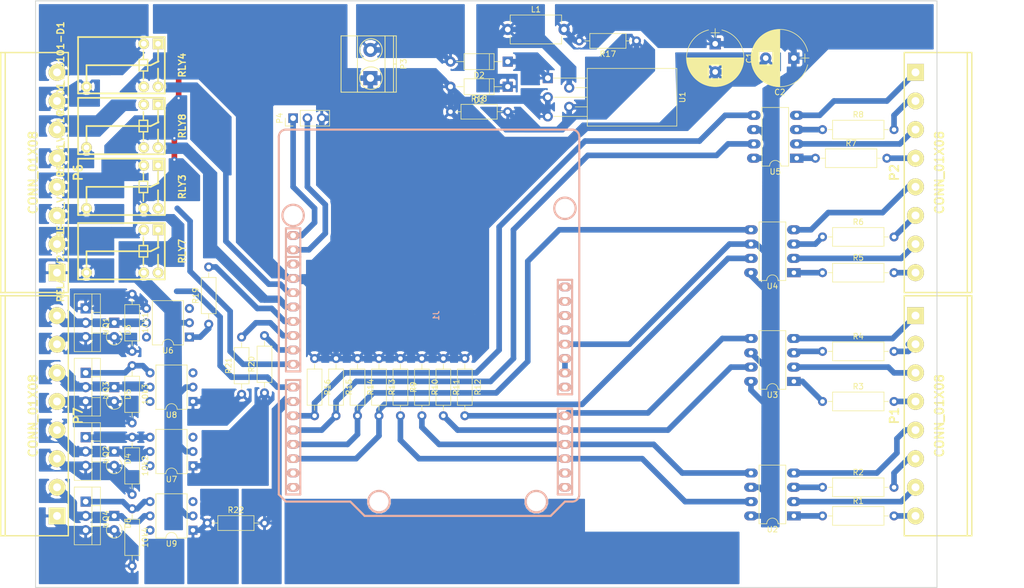
<source format=kicad_pcb>
(kicad_pcb (version 20171130) (host pcbnew "(5.0.0)")
  (layers (0 F.Cu signal) (31 B.Cu signal) (34 B.Paste user) (35 F.Paste user) (36 B.SilkS user) (37 F.SilkS user) (38 B.Mask user) (39 F.Mask user) (44 Edge.Cuts user))
  (net 0 "")
  (net 1 +5V)
  (net 2 GND)
  (net 3 "Net-(D1-Pad1)")
  (net 4 "Net-(D2-Pad1)")
  (net 5 "Net-(D2-Pad2)")
  (net 6 IN1)
  (net 7 IN2)
  (net 8 IN3)
  (net 9 IN4)
  (net 10 IN5)
  (net 11 IN6)
  (net 12 IN7)
  (net 13 IN8)
  (net 14 Q8)
  (net 15 Q7)
  (net 16 Q6)
  (net 17 Q5)
  (net 18 Q4)
  (net 19 Q3)
  (net 20 Q2)
  (net 21 Q1)
  (net 22 "Net-(P1-Pad1)")
  (net 23 "Net-(P1-Pad2)")
  (net 24 "Net-(P1-Pad3)")
  (net 25 "Net-(P1-Pad4)")
  (net 26 "Net-(P1-Pad5)")
  (net 27 "Net-(P1-Pad6)")
  (net 28 "Net-(P1-Pad7)")
  (net 29 "Net-(P1-Pad8)")
  (net 30 "Net-(P2-Pad1)")
  (net 31 "Net-(P2-Pad2)")
  (net 32 "Net-(P2-Pad3)")
  (net 33 "Net-(P2-Pad4)")
  (net 34 "Net-(P2-Pad5)")
  (net 35 "Net-(P2-Pad6)")
  (net 36 "Net-(P2-Pad7)")
  (net 37 "Net-(P2-Pad8)")
  (net 38 q1.1)
  (net 39 q1.2)
  (net 40 q2.1)
  (net 41 q2.2)
  (net 42 q3.1)
  (net 43 q3.2)
  (net 44 q4.1)
  (net 45 q4.2)
  (net 46 q5.1)
  (net 47 q5.2)
  (net 48 q6.1)
  (net 49 q6.2)
  (net 50 q7.1)
  (net 51 q7.2)
  (net 52 q8.1)
  (net 53 q8.2)
  (net 54 "Net-(R1-Pad1)")
  (net 55 "Net-(R2-Pad1)")
  (net 56 "Net-(R3-Pad1)")
  (net 57 "Net-(R4-Pad1)")
  (net 58 "Net-(R5-Pad1)")
  (net 59 "Net-(R6-Pad1)")
  (net 60 "Net-(R7-Pad1)")
  (net 61 "Net-(R8-Pad1)")
  (net 62 "Net-(R17-Pad1)")
  (net 63 "Net-(J1-Pad31)")
  (net 64 "Net-(J1-Pad32)")
  (net 65 "Net-(10k1-Pad1)")
  (net 66 "Net-(10k2-Pad1)")
  (net 67 "Net-(10k3-Pad1)")
  (net 68 "Net-(10k4-Pad1)")
  (net 69 "Net-(R19-Pad1)")
  (net 70 "Net-(R20-Pad1)")
  (net 71 "Net-(R21-Pad1)")
  (net 72 "Net-(R22-Pad1)")
  (net 73 "Net-(J1-Pad2)")
  (net 74 "Net-(J1-Pad3)")
  (net 75 "Net-(J1-Pad4)")
  (net 76 "Net-(J1-Pad8)")
  (net 77 "Net-(J1-Pad13)")
  (net 78 "Net-(J1-Pad14)")
  (net 79 "Net-(J1-Pad15)")
  (net 80 "Net-(J1-Pad16)")
  (net 81 "Net-(J1-Pad30)")
  (net 82 "Net-(RLY3-Pad1)")
  (net 83 "Net-(RLY4-Pad1)")
  (net 84 "Net-(RLY7-Pad1)")
  (net 85 "Net-(RLY8-Pad1)")
  (net 86 "Net-(U6-Pad3)")
  (net 87 "Net-(U6-Pad6)")
  (net 88 "Net-(U7-Pad3)")
  (net 89 "Net-(U7-Pad6)")
  (net 90 "Net-(U8-Pad3)")
  (net 91 "Net-(U8-Pad6)")
  (net 92 "Net-(U9-Pad3)")
  (net 93 "Net-(U9-Pad6)")
  (module w_relay:relay_V23101-D1 (layer F.Cu) (at 81.28 49.53 270)
    (fp_text reference RLY4 (at 0 -10.795 270) (layer F.SilkS) (effects (font (size 1.19888 1.19888) (thickness 0.24638))))
    (fp_text value RELAY_V23101-D1 (at 0.635 10.795 270) (layer F.SilkS) (effects (font (size 1.19888 1.19888) (thickness 0.24892))))
    (pad 1 thru_hole rect (at -3.81 -6.49986 270) (size 1.89738 1.89738) (drill 0.99568) (layers *.Cu *.Mask F.SilkS) (net 83 "Net-(RLY4-Pad1)"))
    (pad 2 thru_hole circle (at -3.81 -3.95986 270) (size 1.89738 1.89738) (drill 0.99568) (layers *.Cu *.Mask F.SilkS) (net 2 GND))
    (pad 7 thru_hole circle (at 3.81 6.1976 270) (size 1.89738 1.89738) (drill 0.99568) (layers *.Cu *.Mask F.SilkS) (net 38 q1.1))
    (pad 11 thru_hole circle (at 3.81 -3.95986 270) (size 1.89738 1.89738) (drill 0.99568) (layers *.Cu *.Mask F.SilkS) (net 21 Q1))
    (pad 12 thru_hole circle (at 3.81 -6.49986 270) (size 1.89738 1.89738) (drill 0.99568) (layers *.Cu *.Mask F.SilkS) (net 39 q1.2))
  )
  (module Resistors_THT:R_Axial_DIN0309_L9.0mm_D3.2mm_P12.70mm_Horizontal (layer F.Cu) (at 205.74 129.54)
    (fp_text reference R1 (at 6.35 -2.66) (layer F.SilkS))
    (fp_text value R)
    (pad 1 thru_hole circle (at 0 0) (size 1.6 1.6) (drill 0.8) (layers *.Cu *.Mask) (net 54 "Net-(R1-Pad1)"))
    (pad 2 thru_hole oval (at 12.7 0) (size 1.6 1.6) (drill 0.8) (layers *.Cu *.Mask) (net 29 "Net-(P1-Pad8)"))
  )
  (module Resistors_THT:R_Axial_DIN0309_L9.0mm_D3.2mm_P12.70mm_Horizontal (layer F.Cu) (at 204.47 66.04)
    (fp_text reference R7 (at 6.35 -2.66) (layer F.SilkS))
    (fp_text value R)
    (pad 1 thru_hole circle (at 0 0) (size 1.6 1.6) (drill 0.8) (layers *.Cu *.Mask) (net 60 "Net-(R7-Pad1)"))
    (pad 2 thru_hole oval (at 12.7 0) (size 1.6 1.6) (drill 0.8) (layers *.Cu *.Mask) (net 33 "Net-(P2-Pad4)"))
  )
  (module Resistors_THT:R_Axial_DIN0309_L9.0mm_D3.2mm_P12.70mm_Horizontal (layer F.Cu) (at 205.74 86.36)
    (fp_text reference R5 (at 6.35 -2.66) (layer F.SilkS))
    (fp_text value R)
    (pad 1 thru_hole circle (at 0 0) (size 1.6 1.6) (drill 0.8) (layers *.Cu *.Mask) (net 58 "Net-(R5-Pad1)"))
    (pad 2 thru_hole oval (at 12.7 0) (size 1.6 1.6) (drill 0.8) (layers *.Cu *.Mask) (net 37 "Net-(P2-Pad8)"))
  )
  (module Diodes_THT:D_A-405_P10.16mm_Horizontal (layer F.Cu) (at 149.86 48.895 180)
    (fp_text reference D2 (at 5.08 -2.41 180) (layer F.SilkS))
    (fp_text value D)
    (pad 1 thru_hole rect (at 0 0 180) (size 1.8 1.8) (drill 0.9) (layers *.Cu *.Mask) (net 4 "Net-(D2-Pad1)"))
    (pad 2 thru_hole oval (at 10.16 0 180) (size 1.8 1.8) (drill 0.9) (layers *.Cu *.Mask) (net 5 "Net-(D2-Pad2)"))
  )
  (module w_relay:relay_V23101-D1 (layer F.Cu) (at 81.28 60.325 270)
    (fp_text reference RLY8 (at 0 -10.795 270) (layer F.SilkS) (effects (font (size 1.19888 1.19888) (thickness 0.24638))))
    (fp_text value RELAY_V23101-D1 (at 0.635 10.795 270) (layer F.SilkS) (effects (font (size 1.19888 1.19888) (thickness 0.24892))))
    (pad 1 thru_hole rect (at -3.81 -6.49986 270) (size 1.89738 1.89738) (drill 0.99568) (layers *.Cu *.Mask F.SilkS) (net 85 "Net-(RLY8-Pad1)"))
    (pad 2 thru_hole circle (at -3.81 -3.95986 270) (size 1.89738 1.89738) (drill 0.99568) (layers *.Cu *.Mask F.SilkS) (net 2 GND))
    (pad 7 thru_hole circle (at 3.81 6.1976 270) (size 1.89738 1.89738) (drill 0.99568) (layers *.Cu *.Mask F.SilkS) (net 40 q2.1))
    (pad 11 thru_hole circle (at 3.81 -3.95986 270) (size 1.89738 1.89738) (drill 0.99568) (layers *.Cu *.Mask F.SilkS) (net 20 Q2))
    (pad 12 thru_hole circle (at 3.81 -6.49986 270) (size 1.89738 1.89738) (drill 0.99568) (layers *.Cu *.Mask F.SilkS) (net 41 q2.2))
  )
  (module Capacitors_THT:CP_Radial_D10.0mm_P5.00mm (layer F.Cu) (at 186.69 45.72 270)
    (fp_text reference C1 (at 2.5 -6.06 270) (layer F.SilkS))
    (fp_text value CP1_Small)
    (pad 1 thru_hole rect (at 0 0 270) (size 2 2) (drill 1) (layers *.Cu *.Mask) (net 1 +5V))
    (pad 2 thru_hole circle (at 5 0 270) (size 2 2) (drill 1) (layers *.Cu *.Mask) (net 2 GND))
  )
  (module Capacitors_THT:CP_Radial_D10.0mm_P5.00mm (layer F.Cu) (at 200.66 48.26 180)
    (fp_text reference C2 (at 2.5 -6.06 180) (layer F.SilkS))
    (fp_text value CP1_Small)
    (pad 1 thru_hole rect (at 0 0 180) (size 2 2) (drill 1) (layers *.Cu *.Mask) (net 1 +5V))
    (pad 2 thru_hole circle (at 5 0 180) (size 2 2) (drill 1) (layers *.Cu *.Mask) (net 2 GND))
  )
  (module Diodes_THT:D_A-405_P10.16mm_Horizontal (layer F.Cu) (at 149.86 53.34 180)
    (fp_text reference D1 (at 5.08 -2.41 180) (layer F.SilkS))
    (fp_text value D_Zener)
    (pad 1 thru_hole rect (at 0 0 180) (size 1.8 1.8) (drill 0.9) (layers *.Cu *.Mask) (net 3 "Net-(D1-Pad1)"))
    (pad 2 thru_hole oval (at 10.16 0 180) (size 1.8 1.8) (drill 0.9) (layers *.Cu *.Mask) (net 2 GND))
  )
  (module Capacitors_THT:C_Disc_D9.0mm_W5.0mm_P10.00mm (layer F.Cu) (at 149.86 43.18)
    (fp_text reference L1 (at 5 -3.56) (layer F.SilkS))
    (fp_text value L)
    (pad 1 thru_hole circle (at 0 0) (size 2 2) (drill 1) (layers *.Cu *.Mask) (net 3 "Net-(D1-Pad1)"))
    (pad 2 thru_hole circle (at 10 0) (size 2 2) (drill 1) (layers *.Cu *.Mask) (net 1 +5V))
  )
  (module Connectors_Terminal_Blocks:TerminalBlock_Pheonix_MKDS1.5-2pol (layer F.Cu) (at 125.476 51.816 90)
    (fp_text reference P3 (at 2.5 5.9 90) (layer F.SilkS))
    (fp_text value CONN_01X02)
    (pad 1 thru_hole rect (at 0 0 90) (size 2.5 2.5) (drill 1.3) (layers *.Cu *.Mask) (net 2 GND))
    (pad 2 thru_hole circle (at 5 0 90) (size 2.5 2.5) (drill 1.3) (layers *.Cu *.Mask) (net 5 "Net-(D2-Pad2)"))
  )
  (module Resistors_THT:R_Axial_DIN0207_L6.3mm_D2.5mm_P10.16mm_Horizontal (layer F.Cu) (at 130.81 101.6 270)
    (fp_text reference R9 (at 5.08 -2.31 270) (layer F.SilkS))
    (fp_text value 10k)
    (pad 1 thru_hole circle (at 0 0 270) (size 1.6 1.6) (drill 0.8) (layers *.Cu *.Mask) (net 2 GND))
    (pad 2 thru_hole oval (at 10.16 0 270) (size 1.6 1.6) (drill 0.8) (layers *.Cu *.Mask) (net 6 IN1))
  )
  (module Resistors_THT:R_Axial_DIN0207_L6.3mm_D2.5mm_P10.16mm_Horizontal (layer F.Cu) (at 134.62 101.6 270)
    (fp_text reference R10 (at 5.08 -2.31 270) (layer F.SilkS))
    (fp_text value 10k)
    (pad 1 thru_hole circle (at 0 0 270) (size 1.6 1.6) (drill 0.8) (layers *.Cu *.Mask) (net 2 GND))
    (pad 2 thru_hole oval (at 10.16 0 270) (size 1.6 1.6) (drill 0.8) (layers *.Cu *.Mask) (net 7 IN2))
  )
  (module Resistors_THT:R_Axial_DIN0207_L6.3mm_D2.5mm_P10.16mm_Horizontal (layer F.Cu) (at 138.43 101.6 270)
    (fp_text reference R11 (at 5.08 -2.31 270) (layer F.SilkS))
    (fp_text value 10k)
    (pad 1 thru_hole circle (at 0 0 270) (size 1.6 1.6) (drill 0.8) (layers *.Cu *.Mask) (net 2 GND))
    (pad 2 thru_hole oval (at 10.16 0 270) (size 1.6 1.6) (drill 0.8) (layers *.Cu *.Mask) (net 8 IN3))
  )
  (module Resistors_THT:R_Axial_DIN0207_L6.3mm_D2.5mm_P10.16mm_Horizontal (layer F.Cu) (at 142.24 101.6 270)
    (fp_text reference R12 (at 5.08 -2.31 270) (layer F.SilkS))
    (fp_text value 10k)
    (pad 1 thru_hole circle (at 0 0 270) (size 1.6 1.6) (drill 0.8) (layers *.Cu *.Mask) (net 2 GND))
    (pad 2 thru_hole oval (at 10.16 0 270) (size 1.6 1.6) (drill 0.8) (layers *.Cu *.Mask) (net 9 IN4))
  )
  (module Resistors_THT:R_Axial_DIN0207_L6.3mm_D2.5mm_P10.16mm_Horizontal (layer F.Cu) (at 127 101.6 270)
    (fp_text reference R13 (at 5.08 -2.31 270) (layer F.SilkS))
    (fp_text value 10k)
    (pad 1 thru_hole circle (at 0 0 270) (size 1.6 1.6) (drill 0.8) (layers *.Cu *.Mask) (net 2 GND))
    (pad 2 thru_hole oval (at 10.16 0 270) (size 1.6 1.6) (drill 0.8) (layers *.Cu *.Mask) (net 10 IN5))
  )
  (module Resistors_THT:R_Axial_DIN0207_L6.3mm_D2.5mm_P10.16mm_Horizontal (layer F.Cu) (at 123.19 101.6 270)
    (fp_text reference R14 (at 5.08 -2.31 270) (layer F.SilkS))
    (fp_text value 10k)
    (pad 1 thru_hole circle (at 0 0 270) (size 1.6 1.6) (drill 0.8) (layers *.Cu *.Mask) (net 2 GND))
    (pad 2 thru_hole oval (at 10.16 0 270) (size 1.6 1.6) (drill 0.8) (layers *.Cu *.Mask) (net 11 IN6))
  )
  (module Resistors_THT:R_Axial_DIN0207_L6.3mm_D2.5mm_P10.16mm_Horizontal (layer F.Cu) (at 119.38 101.6 270)
    (fp_text reference R15 (at 5.08 -2.31 270) (layer F.SilkS))
    (fp_text value 10k)
    (pad 1 thru_hole circle (at 0 0 270) (size 1.6 1.6) (drill 0.8) (layers *.Cu *.Mask) (net 2 GND))
    (pad 2 thru_hole oval (at 10.16 0 270) (size 1.6 1.6) (drill 0.8) (layers *.Cu *.Mask) (net 12 IN7))
  )
  (module Resistors_THT:R_Axial_DIN0207_L6.3mm_D2.5mm_P10.16mm_Horizontal (layer F.Cu) (at 115.57 101.6 270)
    (fp_text reference R16 (at 5.08 -2.31 270) (layer F.SilkS))
    (fp_text value 10k)
    (pad 1 thru_hole circle (at 0 0 270) (size 1.6 1.6) (drill 0.8) (layers *.Cu *.Mask) (net 2 GND))
    (pad 2 thru_hole oval (at 10.16 0 270) (size 1.6 1.6) (drill 0.8) (layers *.Cu *.Mask) (net 13 IN8))
  )
  (module Resistors_THT:R_Axial_DIN0207_L6.3mm_D2.5mm_P10.16mm_Horizontal (layer F.Cu) (at 172.72 45.212 180)
    (fp_text reference R17 (at 5.08 -2.31 180) (layer F.SilkS))
    (fp_text value 6.3k)
    (pad 1 thru_hole circle (at 0 0 180) (size 1.6 1.6) (drill 0.8) (layers *.Cu *.Mask) (net 62 "Net-(R17-Pad1)"))
    (pad 2 thru_hole oval (at 10.16 0 180) (size 1.6 1.6) (drill 0.8) (layers *.Cu *.Mask) (net 1 +5V))
  )
  (module Resistors_THT:R_Axial_DIN0207_L6.3mm_D2.5mm_P10.16mm_Horizontal (layer F.Cu) (at 139.7 57.785)
    (fp_text reference R18 (at 5.08 -2.31) (layer F.SilkS))
    (fp_text value 20k)
    (pad 1 thru_hole circle (at 0 0) (size 1.6 1.6) (drill 0.8) (layers *.Cu *.Mask) (net 2 GND))
    (pad 2 thru_hole oval (at 10.16 0) (size 1.6 1.6) (drill 0.8) (layers *.Cu *.Mask) (net 62 "Net-(R17-Pad1)"))
  )
  (module w_relay:relay_V23101-D1 (layer F.Cu) (at 81.28 71.12 270)
    (fp_text reference RLY3 (at 0 -10.795 270) (layer F.SilkS) (effects (font (size 1.19888 1.19888) (thickness 0.24638))))
    (fp_text value RELAY_V23101-D1 (at 0.635 10.795 270) (layer F.SilkS) (effects (font (size 1.19888 1.19888) (thickness 0.24892))))
    (pad 1 thru_hole rect (at -3.81 -6.49986 270) (size 1.89738 1.89738) (drill 0.99568) (layers *.Cu *.Mask F.SilkS) (net 82 "Net-(RLY3-Pad1)"))
    (pad 2 thru_hole circle (at -3.81 -3.95986 270) (size 1.89738 1.89738) (drill 0.99568) (layers *.Cu *.Mask F.SilkS) (net 2 GND))
    (pad 7 thru_hole circle (at 3.81 6.1976 270) (size 1.89738 1.89738) (drill 0.99568) (layers *.Cu *.Mask F.SilkS) (net 42 q3.1))
    (pad 11 thru_hole circle (at 3.81 -3.95986 270) (size 1.89738 1.89738) (drill 0.99568) (layers *.Cu *.Mask F.SilkS) (net 16 Q6))
    (pad 12 thru_hole circle (at 3.81 -6.49986 270) (size 1.89738 1.89738) (drill 0.99568) (layers *.Cu *.Mask F.SilkS) (net 43 q3.2))
  )
  (module w_relay:relay_V23101-D1 (layer F.Cu) (at 81.28 82.55 270)
    (fp_text reference RLY7 (at 0 -10.795 270) (layer F.SilkS) (effects (font (size 1.19888 1.19888) (thickness 0.24638))))
    (fp_text value RELAY_V23101-D1 (at 0.635 10.795 270) (layer F.SilkS) (effects (font (size 1.19888 1.19888) (thickness 0.24892))))
    (pad 1 thru_hole rect (at -3.81 -6.49986 270) (size 1.89738 1.89738) (drill 0.99568) (layers *.Cu *.Mask F.SilkS) (net 84 "Net-(RLY7-Pad1)"))
    (pad 2 thru_hole circle (at -3.81 -3.95986 270) (size 1.89738 1.89738) (drill 0.99568) (layers *.Cu *.Mask F.SilkS) (net 2 GND))
    (pad 7 thru_hole circle (at 3.81 6.1976 270) (size 1.89738 1.89738) (drill 0.99568) (layers *.Cu *.Mask F.SilkS) (net 44 q4.1))
    (pad 11 thru_hole circle (at 3.81 -3.95986 270) (size 1.89738 1.89738) (drill 0.99568) (layers *.Cu *.Mask F.SilkS) (net 15 Q7))
    (pad 12 thru_hole circle (at 3.81 -6.49986 270) (size 1.89738 1.89738) (drill 0.99568) (layers *.Cu *.Mask F.SilkS) (net 45 q4.2))
  )
  (module TO_SOT_Packages_THT:TO-220-5_Pentawatt_Multiwatt-5_Horizontal_StaggeredType1 (layer F.Cu) (at 156.972 51.816 270)
    (fp_text reference U1 (at 3.4 -23.9 270) (layer F.SilkS))
    (fp_text value TL2575)
    (pad None np_thru_hole oval (at 3.4 -19.98 270) (size 3.5 3.5) (drill 3.5) (layers *.Cu *.Mask))
    (pad 1 thru_hole rect (at 0 0 270) (size 1.8 1.8) (drill 1) (layers *.Cu *.Mask) (net 4 "Net-(D2-Pad1)"))
    (pad 2 thru_hole oval (at 1.7 -3.8 270) (size 1.8 1.8) (drill 1) (layers *.Cu *.Mask) (net 3 "Net-(D1-Pad1)"))
    (pad 3 thru_hole oval (at 3.4 0 270) (size 1.8 1.8) (drill 1) (layers *.Cu *.Mask) (net 2 GND))
    (pad 4 thru_hole oval (at 5.1 -3.8 270) (size 1.8 1.8) (drill 1) (layers *.Cu *.Mask) (net 62 "Net-(R17-Pad1)"))
    (pad 5 thru_hole oval (at 6.8 0 270) (size 1.8 1.8) (drill 1) (layers *.Cu *.Mask) (net 2 GND))
  )
  (module Housings_DIP:DIP-8_W7.62mm_LongPads (layer F.Cu) (at 200.66 129.54 180)
    (fp_text reference U2 (at 3.81 -2.39 180) (layer F.SilkS))
    (fp_text value TLP627-2)
    (pad 1 thru_hole rect (at 0 0 180) (size 2.4 1.6) (drill 0.8) (layers *.Cu *.Mask) (net 54 "Net-(R1-Pad1)"))
    (pad 5 thru_hole oval (at 7.62 7.62 180) (size 2.4 1.6) (drill 0.8) (layers *.Cu *.Mask) (net 7 IN2))
    (pad 2 thru_hole oval (at 0 2.54 180) (size 2.4 1.6) (drill 0.8) (layers *.Cu *.Mask) (net 28 "Net-(P1-Pad7)"))
    (pad 6 thru_hole oval (at 7.62 5.08 180) (size 2.4 1.6) (drill 0.8) (layers *.Cu *.Mask) (net 1 +5V))
    (pad 3 thru_hole oval (at 0 5.08 180) (size 2.4 1.6) (drill 0.8) (layers *.Cu *.Mask) (net 55 "Net-(R2-Pad1)"))
    (pad 7 thru_hole oval (at 7.62 2.54 180) (size 2.4 1.6) (drill 0.8) (layers *.Cu *.Mask) (net 6 IN1))
    (pad 4 thru_hole oval (at 0 7.62 180) (size 2.4 1.6) (drill 0.8) (layers *.Cu *.Mask) (net 26 "Net-(P1-Pad5)"))
    (pad 8 thru_hole oval (at 7.62 0 180) (size 2.4 1.6) (drill 0.8) (layers *.Cu *.Mask) (net 1 +5V))
  )
  (module Housings_DIP:DIP-8_W7.62mm_LongPads (layer F.Cu) (at 200.66 105.664 180)
    (fp_text reference U3 (at 3.81 -2.39 180) (layer F.SilkS))
    (fp_text value TLP627-2)
    (pad 1 thru_hole rect (at 0 0 180) (size 2.4 1.6) (drill 0.8) (layers *.Cu *.Mask) (net 56 "Net-(R3-Pad1)"))
    (pad 5 thru_hole oval (at 7.62 7.62 180) (size 2.4 1.6) (drill 0.8) (layers *.Cu *.Mask) (net 9 IN4))
    (pad 2 thru_hole oval (at 0 2.54 180) (size 2.4 1.6) (drill 0.8) (layers *.Cu *.Mask) (net 24 "Net-(P1-Pad3)"))
    (pad 6 thru_hole oval (at 7.62 5.08 180) (size 2.4 1.6) (drill 0.8) (layers *.Cu *.Mask) (net 1 +5V))
    (pad 3 thru_hole oval (at 0 5.08 180) (size 2.4 1.6) (drill 0.8) (layers *.Cu *.Mask) (net 57 "Net-(R4-Pad1)"))
    (pad 7 thru_hole oval (at 7.62 2.54 180) (size 2.4 1.6) (drill 0.8) (layers *.Cu *.Mask) (net 8 IN3))
    (pad 4 thru_hole oval (at 0 7.62 180) (size 2.4 1.6) (drill 0.8) (layers *.Cu *.Mask) (net 22 "Net-(P1-Pad1)"))
    (pad 8 thru_hole oval (at 7.62 0 180) (size 2.4 1.6) (drill 0.8) (layers *.Cu *.Mask) (net 1 +5V))
  )
  (module Housings_DIP:DIP-8_W7.62mm_LongPads (layer F.Cu) (at 200.66 86.36 180)
    (fp_text reference U4 (at 3.81 -2.39 180) (layer F.SilkS))
    (fp_text value TLP627-2)
    (pad 1 thru_hole rect (at 0 0 180) (size 2.4 1.6) (drill 0.8) (layers *.Cu *.Mask) (net 58 "Net-(R5-Pad1)"))
    (pad 5 thru_hole oval (at 7.62 7.62 180) (size 2.4 1.6) (drill 0.8) (layers *.Cu *.Mask) (net 11 IN6))
    (pad 2 thru_hole oval (at 0 2.54 180) (size 2.4 1.6) (drill 0.8) (layers *.Cu *.Mask) (net 36 "Net-(P2-Pad7)"))
    (pad 6 thru_hole oval (at 7.62 5.08 180) (size 2.4 1.6) (drill 0.8) (layers *.Cu *.Mask) (net 1 +5V))
    (pad 3 thru_hole oval (at 0 5.08 180) (size 2.4 1.6) (drill 0.8) (layers *.Cu *.Mask) (net 59 "Net-(R6-Pad1)"))
    (pad 7 thru_hole oval (at 7.62 2.54 180) (size 2.4 1.6) (drill 0.8) (layers *.Cu *.Mask) (net 10 IN5))
    (pad 4 thru_hole oval (at 0 7.62 180) (size 2.4 1.6) (drill 0.8) (layers *.Cu *.Mask) (net 34 "Net-(P2-Pad5)"))
    (pad 8 thru_hole oval (at 7.62 0 180) (size 2.4 1.6) (drill 0.8) (layers *.Cu *.Mask) (net 1 +5V))
  )
  (module Housings_DIP:DIP-8_W7.62mm_LongPads (layer F.Cu) (at 201.168 66.04 180)
    (fp_text reference U5 (at 3.81 -2.39 180) (layer F.SilkS))
    (fp_text value TLP627-2)
    (pad 1 thru_hole rect (at 0 0 180) (size 2.4 1.6) (drill 0.8) (layers *.Cu *.Mask) (net 60 "Net-(R7-Pad1)"))
    (pad 5 thru_hole oval (at 7.62 7.62 180) (size 2.4 1.6) (drill 0.8) (layers *.Cu *.Mask) (net 13 IN8))
    (pad 2 thru_hole oval (at 0 2.54 180) (size 2.4 1.6) (drill 0.8) (layers *.Cu *.Mask) (net 32 "Net-(P2-Pad3)"))
    (pad 6 thru_hole oval (at 7.62 5.08 180) (size 2.4 1.6) (drill 0.8) (layers *.Cu *.Mask) (net 1 +5V))
    (pad 3 thru_hole oval (at 0 5.08 180) (size 2.4 1.6) (drill 0.8) (layers *.Cu *.Mask) (net 61 "Net-(R8-Pad1)"))
    (pad 7 thru_hole oval (at 7.62 2.54 180) (size 2.4 1.6) (drill 0.8) (layers *.Cu *.Mask) (net 12 IN7))
    (pad 4 thru_hole oval (at 0 7.62 180) (size 2.4 1.6) (drill 0.8) (layers *.Cu *.Mask) (net 30 "Net-(P2-Pad1)"))
    (pad 8 thru_hole oval (at 7.62 0 180) (size 2.4 1.6) (drill 0.8) (layers *.Cu *.Mask) (net 1 +5V))
  )
  (module w_conn_screw:mstba_2,5%2f8-g-5,08 (layer F.Cu) (at 222.25 111.76 270)
    (fp_text reference P1 (at 0 3.74904 270) (layer F.SilkS) (effects (font (size 1.524 1.524) (thickness 0.3048))))
    (fp_text value CONN_01X08 (at 0 -4.24942 270) (layer F.SilkS) (effects (font (size 1.524 1.524) (thickness 0.3048))))
    (pad 1 thru_hole rect (at -17.78 0 270) (size 2.99974 2.99974) (drill 1.39954) (layers *.Cu *.Mask F.SilkS) (net 22 "Net-(P1-Pad1)"))
    (pad 2 thru_hole circle (at -12.7 0 270) (size 2.99974 2.99974) (drill 1.39954) (layers *.Cu *.Mask F.SilkS) (net 23 "Net-(P1-Pad2)"))
    (pad 4 thru_hole circle (at -2.54 0 270) (size 2.99974 2.99974) (drill 1.39954) (layers *.Cu *.Mask F.SilkS) (net 25 "Net-(P1-Pad4)"))
    (pad 3 thru_hole circle (at -7.62 0 270) (size 2.99974 2.99974) (drill 1.39954) (layers *.Cu *.Mask F.SilkS) (net 24 "Net-(P1-Pad3)"))
    (pad 5 thru_hole circle (at 2.54 0 270) (size 2.99974 2.99974) (drill 1.39954) (layers *.Cu *.Mask F.SilkS) (net 26 "Net-(P1-Pad5)"))
    (pad 6 thru_hole circle (at 7.62 0 270) (size 2.99974 2.99974) (drill 1.39954) (layers *.Cu *.Mask F.SilkS) (net 27 "Net-(P1-Pad6)"))
    (pad 7 thru_hole circle (at 12.7 0 270) (size 2.99974 2.99974) (drill 1.39954) (layers *.Cu *.Mask F.SilkS) (net 28 "Net-(P1-Pad7)"))
    (pad 8 thru_hole circle (at 17.78 0 270) (size 2.99974 2.99974) (drill 1.39954) (layers *.Cu *.Mask F.SilkS) (net 29 "Net-(P1-Pad8)"))
  )
  (module w_conn_screw:mstba_2,5%2f8-g-5,08 (layer F.Cu) (at 222.25 68.58 270)
    (fp_text reference P2 (at 0 3.74904 270) (layer F.SilkS) (effects (font (size 1.524 1.524) (thickness 0.3048))))
    (fp_text value CONN_01X08 (at 0 -4.24942 270) (layer F.SilkS) (effects (font (size 1.524 1.524) (thickness 0.3048))))
    (pad 1 thru_hole rect (at -17.78 0 270) (size 2.99974 2.99974) (drill 1.39954) (layers *.Cu *.Mask F.SilkS) (net 30 "Net-(P2-Pad1)"))
    (pad 2 thru_hole circle (at -12.7 0 270) (size 2.99974 2.99974) (drill 1.39954) (layers *.Cu *.Mask F.SilkS) (net 31 "Net-(P2-Pad2)"))
    (pad 4 thru_hole circle (at -2.54 0 270) (size 2.99974 2.99974) (drill 1.39954) (layers *.Cu *.Mask F.SilkS) (net 33 "Net-(P2-Pad4)"))
    (pad 3 thru_hole circle (at -7.62 0 270) (size 2.99974 2.99974) (drill 1.39954) (layers *.Cu *.Mask F.SilkS) (net 32 "Net-(P2-Pad3)"))
    (pad 5 thru_hole circle (at 2.54 0 270) (size 2.99974 2.99974) (drill 1.39954) (layers *.Cu *.Mask F.SilkS) (net 34 "Net-(P2-Pad5)"))
    (pad 6 thru_hole circle (at 7.62 0 270) (size 2.99974 2.99974) (drill 1.39954) (layers *.Cu *.Mask F.SilkS) (net 35 "Net-(P2-Pad6)"))
    (pad 7 thru_hole circle (at 12.7 0 270) (size 2.99974 2.99974) (drill 1.39954) (layers *.Cu *.Mask F.SilkS) (net 36 "Net-(P2-Pad7)"))
    (pad 8 thru_hole circle (at 17.78 0 270) (size 2.99974 2.99974) (drill 1.39954) (layers *.Cu *.Mask F.SilkS) (net 37 "Net-(P2-Pad8)"))
  )
  (module w_conn_screw:mstba_2,5%2f8-g-5,08 (layer F.Cu) (at 69.85 68.58 90)
    (fp_text reference P6 (at 0 3.74904 90) (layer F.SilkS) (effects (font (size 1.524 1.524) (thickness 0.3048))))
    (fp_text value CONN_01X08 (at 0 -4.24942 90) (layer F.SilkS) (effects (font (size 1.524 1.524) (thickness 0.3048))))
    (pad 1 thru_hole rect (at -17.78 0 90) (size 2.99974 2.99974) (drill 1.39954) (layers *.Cu *.Mask F.SilkS) (net 45 q4.2))
    (pad 2 thru_hole circle (at -12.7 0 90) (size 2.99974 2.99974) (drill 1.39954) (layers *.Cu *.Mask F.SilkS) (net 44 q4.1))
    (pad 4 thru_hole circle (at -2.54 0 90) (size 2.99974 2.99974) (drill 1.39954) (layers *.Cu *.Mask F.SilkS) (net 42 q3.1))
    (pad 3 thru_hole circle (at -7.62 0 90) (size 2.99974 2.99974) (drill 1.39954) (layers *.Cu *.Mask F.SilkS) (net 43 q3.2))
    (pad 5 thru_hole circle (at 2.54 0 90) (size 2.99974 2.99974) (drill 1.39954) (layers *.Cu *.Mask F.SilkS) (net 41 q2.2))
    (pad 6 thru_hole circle (at 7.62 0 90) (size 2.99974 2.99974) (drill 1.39954) (layers *.Cu *.Mask F.SilkS) (net 40 q2.1))
    (pad 7 thru_hole circle (at 12.7 0 90) (size 2.99974 2.99974) (drill 1.39954) (layers *.Cu *.Mask F.SilkS) (net 39 q1.2))
    (pad 8 thru_hole circle (at 17.78 0 90) (size 2.99974 2.99974) (drill 1.39954) (layers *.Cu *.Mask F.SilkS) (net 38 q1.1))
  )
  (module w_conn_screw:mstba_2,5%2f8-g-5,08 (layer F.Cu) (at 69.85 111.76 90)
    (fp_text reference P7 (at 0 3.74904 90) (layer F.SilkS) (effects (font (size 1.524 1.524) (thickness 0.3048))))
    (fp_text value CONN_01X08 (at 0 -4.24942 90) (layer F.SilkS) (effects (font (size 1.524 1.524) (thickness 0.3048))))
    (pad 1 thru_hole rect (at -17.78 0 90) (size 2.99974 2.99974) (drill 1.39954) (layers *.Cu *.Mask F.SilkS) (net 53 q8.2))
    (pad 2 thru_hole circle (at -12.7 0 90) (size 2.99974 2.99974) (drill 1.39954) (layers *.Cu *.Mask F.SilkS) (net 52 q8.1))
    (pad 4 thru_hole circle (at -2.54 0 90) (size 2.99974 2.99974) (drill 1.39954) (layers *.Cu *.Mask F.SilkS) (net 50 q7.1))
    (pad 3 thru_hole circle (at -7.62 0 90) (size 2.99974 2.99974) (drill 1.39954) (layers *.Cu *.Mask F.SilkS) (net 51 q7.2))
    (pad 5 thru_hole circle (at 2.54 0 90) (size 2.99974 2.99974) (drill 1.39954) (layers *.Cu *.Mask F.SilkS) (net 49 q6.2))
    (pad 6 thru_hole circle (at 7.62 0 90) (size 2.99974 2.99974) (drill 1.39954) (layers *.Cu *.Mask F.SilkS) (net 48 q6.1))
    (pad 7 thru_hole circle (at 12.7 0 90) (size 2.99974 2.99974) (drill 1.39954) (layers *.Cu *.Mask F.SilkS) (net 47 q5.2))
    (pad 8 thru_hole circle (at 17.78 0 90) (size 2.99974 2.99974) (drill 1.39954) (layers *.Cu *.Mask F.SilkS) (net 46 q5.1))
  )
  (module w_conn_misc:arduino_header (layer B.Cu) (at 135.89 93.98 270)
    (fp_text reference J1 (at 0 -1.27 270) (layer B.SilkS) (effects (font (size 1.016 1.016) (thickness 0.2032)) (justify mirror)))
    (fp_text value Arduino_Header hide)
    (pad 1 thru_hole oval (at -5.08 -24.13 270) (size 1.524 2.19964) (drill 1.00076) (layers *.Cu *.Mask B.SilkS))
    (pad 2 thru_hole oval (at -2.54 -24.13 270) (size 1.524 2.19964) (drill 1.00076) (layers *.Cu *.Mask B.SilkS) (net 73 "Net-(J1-Pad2)"))
    (pad 3 thru_hole oval (at 0 -24.13 270) (size 1.524 2.19964) (drill 1.00076) (layers *.Cu *.Mask B.SilkS) (net 74 "Net-(J1-Pad3)"))
    (pad 4 thru_hole oval (at 2.54 -24.13 270) (size 1.524 2.19964) (drill 1.00076) (layers *.Cu *.Mask B.SilkS) (net 75 "Net-(J1-Pad4)"))
    (pad 5 thru_hole oval (at 5.08 -24.13 270) (size 1.524 2.19964) (drill 1.00076) (layers *.Cu *.Mask B.SilkS) (net 1 +5V))
    (pad 6 thru_hole oval (at 7.62 -24.13 270) (size 1.524 2.19964) (drill 1.00076) (layers *.Cu *.Mask B.SilkS) (net 2 GND))
    (pad 7 thru_hole oval (at 10.16 -24.13 270) (size 1.524 2.19964) (drill 1.00076) (layers *.Cu *.Mask B.SilkS) (net 2 GND))
    (pad 8 thru_hole oval (at 12.7 -24.13 270) (size 1.524 2.19964) (drill 1.00076) (layers *.Cu *.Mask B.SilkS) (net 76 "Net-(J1-Pad8)"))
    (pad 9 thru_hole oval (at 17.78 -24.13 270) (size 1.524 2.19964) (drill 1.00076) (layers *.Cu *.Mask B.SilkS) (net 9 IN4))
    (pad 10 thru_hole oval (at 20.32 -24.13 270) (size 1.524 2.19964) (drill 1.00076) (layers *.Cu *.Mask B.SilkS) (net 8 IN3))
    (pad 11 thru_hole oval (at 22.86 -24.13 270) (size 1.524 2.19964) (drill 1.00076) (layers *.Cu *.Mask B.SilkS) (net 7 IN2))
    (pad 12 thru_hole oval (at 25.4 -24.13 270) (size 1.524 2.19964) (drill 1.00076) (layers *.Cu *.Mask B.SilkS) (net 6 IN1))
    (pad 13 thru_hole oval (at 27.94 -24.13 270) (size 1.524 2.19964) (drill 1.00076) (layers *.Cu *.Mask B.SilkS) (net 77 "Net-(J1-Pad13)"))
    (pad 14 thru_hole oval (at 30.48 -24.13 270) (size 1.524 2.19964) (drill 1.00076) (layers *.Cu *.Mask B.SilkS) (net 78 "Net-(J1-Pad14)"))
    (pad "" np_thru_hole circle (at -19.05 -24.13 270) (size 3.19786 3.19786) (drill 3.19786) (layers *.Cu *.Mask B.SilkS))
    (pad "" np_thru_hole circle (at 33.02 -19.05 270) (size 3.19786 3.19786) (drill 3.19786) (layers *.Cu *.Mask B.SilkS))
    (pad 15 thru_hole oval (at 30.48 24.13 270) (size 1.524 2.1971) (drill 0.99822) (layers *.Cu *.Mask B.SilkS) (net 79 "Net-(J1-Pad15)"))
    (pad 16 thru_hole oval (at 27.94 24.13 270) (size 1.524 2.1971) (drill 0.99822) (layers *.Cu *.Mask B.SilkS) (net 80 "Net-(J1-Pad16)"))
    (pad 17 thru_hole oval (at 25.4 24.13 270) (size 1.524 2.1971) (drill 0.99822) (layers *.Cu *.Mask B.SilkS) (net 10 IN5))
    (pad 18 thru_hole oval (at 22.86 24.13 270) (size 1.524 2.1971) (drill 0.99822) (layers *.Cu *.Mask B.SilkS) (net 11 IN6))
    (pad 19 thru_hole oval (at 20.32 24.13 270) (size 1.524 2.1971) (drill 0.99822) (layers *.Cu *.Mask B.SilkS) (net 12 IN7))
    (pad 20 thru_hole oval (at 17.78 24.13 270) (size 1.524 2.1971) (drill 0.99822) (layers *.Cu *.Mask B.SilkS) (net 13 IN8))
    (pad 21 thru_hole oval (at 15.24 24.13 270) (size 1.524 2.1971) (drill 0.99822) (layers *.Cu *.Mask B.SilkS) (net 14 Q8))
    (pad 22 thru_hole oval (at 12.7 24.13 270) (size 1.524 2.1971) (drill 0.99822) (layers *.Cu *.Mask B.SilkS) (net 15 Q7))
    (pad 23 thru_hole oval (at 8.636 24.13 270) (size 1.524 2.1971) (drill 0.99822) (layers *.Cu *.Mask B.SilkS) (net 16 Q6))
    (pad 24 thru_hole oval (at 6.096 24.13 270) (size 1.524 2.1971) (drill 0.99822) (layers *.Cu *.Mask B.SilkS) (net 17 Q5))
    (pad 25 thru_hole oval (at 3.556 24.13 270) (size 1.524 2.1971) (drill 0.99822) (layers *.Cu *.Mask B.SilkS) (net 18 Q4))
    (pad 26 thru_hole oval (at 1.016 24.13 270) (size 1.524 2.1971) (drill 0.99822) (layers *.Cu *.Mask B.SilkS) (net 19 Q3))
    (pad 27 thru_hole oval (at -1.524 24.13 270) (size 1.524 2.1971) (drill 0.99822) (layers *.Cu *.Mask B.SilkS) (net 20 Q2))
    (pad 28 thru_hole oval (at -4.064 24.13 270) (size 1.524 2.1971) (drill 0.99822) (layers *.Cu *.Mask B.SilkS) (net 21 Q1))
    (pad 29 thru_hole oval (at -6.604 24.13 270) (size 1.524 2.1971) (drill 0.99822) (layers *.Cu *.Mask B.SilkS) (net 2 GND))
    (pad 30 thru_hole oval (at -9.14146 24.13 270) (size 1.524 2.1971) (drill 0.99822) (layers *.Cu *.Mask B.SilkS) (net 81 "Net-(J1-Pad30)"))
    (pad "" np_thru_hole circle (at -17.78 24.13 270) (size 3.19786 3.19786) (drill 3.19786) (layers *.Cu *.Mask B.SilkS))
    (pad 31 thru_hole oval (at -11.684 24.13 270) (size 1.524 2.1971) (drill 0.99822) (layers *.Cu *.Mask B.SilkS) (net 63 "Net-(J1-Pad31)"))
    (pad 32 thru_hole oval (at -14.224 24.13 270) (size 1.524 2.1971) (drill 0.99822) (layers *.Cu *.Mask B.SilkS) (net 64 "Net-(J1-Pad32)"))
    (pad "" np_thru_hole circle (at 33.02 8.89 270) (size 3.19786 3.19786) (drill 3.19786) (layers *.Cu *.Mask B.SilkS))
  )
  (module Pin_Headers:Pin_Header_Straight_1x03_Pitch2.54mm (layer F.Cu) (at 111.76 58.928 90)
    (fp_text reference P4 (at 0 -2.39 90) (layer F.SilkS))
    (fp_text value CONN_01X03)
    (pad 1 thru_hole rect (at 0 0 90) (size 1.7 1.7) (drill 1) (layers *.Cu *.Mask) (net 64 "Net-(J1-Pad32)"))
    (pad 2 thru_hole oval (at 0 2.54 90) (size 1.7 1.7) (drill 1) (layers *.Cu *.Mask) (net 63 "Net-(J1-Pad31)"))
    (pad 3 thru_hole oval (at 0 5.08 90) (size 1.7 1.7) (drill 1) (layers *.Cu *.Mask) (net 2 GND))
  )
  (module Resistors_THT:R_Axial_DIN0207_L6.3mm_D2.5mm_P10.16mm_Horizontal (layer F.Cu) (at 83.185 90.17 270)
    (fp_text reference 10k1 (at 5.08 -2.31 270) (layer F.SilkS))
    (fp_text value R)
    (pad 1 thru_hole circle (at 0 0 270) (size 1.6 1.6) (drill 0.8) (layers *.Cu *.Mask) (net 65 "Net-(10k1-Pad1)"))
    (pad 2 thru_hole oval (at 10.16 0 270) (size 1.6 1.6) (drill 0.8) (layers *.Cu *.Mask) (net 47 q5.2))
  )
  (module Resistors_THT:R_Axial_DIN0207_L6.3mm_D2.5mm_P10.16mm_Horizontal (layer F.Cu) (at 83.185 115.57 270)
    (fp_text reference 10k2 (at 5.08 -2.31 270) (layer F.SilkS))
    (fp_text value R)
    (pad 1 thru_hole circle (at 0 0 270) (size 1.6 1.6) (drill 0.8) (layers *.Cu *.Mask) (net 66 "Net-(10k2-Pad1)"))
    (pad 2 thru_hole oval (at 10.16 0 270) (size 1.6 1.6) (drill 0.8) (layers *.Cu *.Mask) (net 51 q7.2))
  )
  (module Resistors_THT:R_Axial_DIN0207_L6.3mm_D2.5mm_P10.16mm_Horizontal (layer F.Cu) (at 83.185 102.87 270)
    (fp_text reference 10k3 (at 5.08 -2.31 270) (layer F.SilkS))
    (fp_text value R)
    (pad 1 thru_hole circle (at 0 0 270) (size 1.6 1.6) (drill 0.8) (layers *.Cu *.Mask) (net 67 "Net-(10k3-Pad1)"))
    (pad 2 thru_hole oval (at 10.16 0 270) (size 1.6 1.6) (drill 0.8) (layers *.Cu *.Mask) (net 49 q6.2))
  )
  (module Resistors_THT:R_Axial_DIN0207_L6.3mm_D2.5mm_P10.16mm_Horizontal (layer F.Cu) (at 83.185 128.27 270)
    (fp_text reference 10k4 (at 5.08 -2.31 270) (layer F.SilkS))
    (fp_text value R)
    (pad 1 thru_hole circle (at 0 0 270) (size 1.6 1.6) (drill 0.8) (layers *.Cu *.Mask) (net 68 "Net-(10k4-Pad1)"))
    (pad 2 thru_hole oval (at 10.16 0 270) (size 1.6 1.6) (drill 0.8) (layers *.Cu *.Mask) (net 53 q8.2))
  )
  (module TO_SOT_Packages_THT:TO-220_Vertical (layer F.Cu) (at 74.93 92.71 270)
    (fp_text reference Q1 (at 2.54 -3.62 270) (layer F.SilkS))
    (fp_text value IRF540N)
    (pad 1 thru_hole rect (at 0 0 270) (size 1.8 1.8) (drill 1) (layers *.Cu *.Mask) (net 65 "Net-(10k1-Pad1)"))
    (pad 2 thru_hole oval (at 2.54 0 270) (size 1.8 1.8) (drill 1) (layers *.Cu *.Mask) (net 46 q5.1))
    (pad 3 thru_hole oval (at 5.08 0 270) (size 1.8 1.8) (drill 1) (layers *.Cu *.Mask) (net 47 q5.2))
  )
  (module TO_SOT_Packages_THT:TO-220_Vertical (layer F.Cu) (at 74.93 115.57 270)
    (fp_text reference Q2 (at 2.54 -3.62 270) (layer F.SilkS))
    (fp_text value IRF540N)
    (pad 1 thru_hole rect (at 0 0 270) (size 1.8 1.8) (drill 1) (layers *.Cu *.Mask) (net 66 "Net-(10k2-Pad1)"))
    (pad 2 thru_hole oval (at 2.54 0 270) (size 1.8 1.8) (drill 1) (layers *.Cu *.Mask) (net 50 q7.1))
    (pad 3 thru_hole oval (at 5.08 0 270) (size 1.8 1.8) (drill 1) (layers *.Cu *.Mask) (net 51 q7.2))
  )
  (module TO_SOT_Packages_THT:TO-220_Vertical (layer F.Cu) (at 74.93 104.14 270)
    (fp_text reference Q3 (at 2.54 -3.62 270) (layer F.SilkS))
    (fp_text value IRF540N)
    (pad 1 thru_hole rect (at 0 0 270) (size 1.8 1.8) (drill 1) (layers *.Cu *.Mask) (net 67 "Net-(10k3-Pad1)"))
    (pad 2 thru_hole oval (at 2.54 0 270) (size 1.8 1.8) (drill 1) (layers *.Cu *.Mask) (net 48 q6.1))
    (pad 3 thru_hole oval (at 5.08 0 270) (size 1.8 1.8) (drill 1) (layers *.Cu *.Mask) (net 49 q6.2))
  )
  (module TO_SOT_Packages_THT:TO-220_Vertical (layer F.Cu) (at 74.93 127 270)
    (fp_text reference Q4 (at 2.54 -3.62 270) (layer F.SilkS))
    (fp_text value IRF540N)
    (pad 1 thru_hole rect (at 0 0 270) (size 1.8 1.8) (drill 1) (layers *.Cu *.Mask) (net 68 "Net-(10k4-Pad1)"))
    (pad 2 thru_hole oval (at 2.54 0 270) (size 1.8 1.8) (drill 1) (layers *.Cu *.Mask) (net 52 q8.1))
    (pad 3 thru_hole oval (at 5.08 0 270) (size 1.8 1.8) (drill 1) (layers *.Cu *.Mask) (net 53 q8.2))
  )
  (module Resistors_THT:R_Axial_DIN0207_L6.3mm_D2.5mm_P10.16mm_Horizontal (layer F.Cu) (at 96.774 95.504 90)
    (fp_text reference R19 (at 5.08 -2.31 90) (layer F.SilkS))
    (fp_text value 330)
    (pad 1 thru_hole circle (at 0 0 90) (size 1.6 1.6) (drill 0.8) (layers *.Cu *.Mask) (net 69 "Net-(R19-Pad1)"))
    (pad 2 thru_hole oval (at 10.16 0 90) (size 1.6 1.6) (drill 0.8) (layers *.Cu *.Mask) (net 19 Q3))
  )
  (module Resistors_THT:R_Axial_DIN0207_L6.3mm_D2.5mm_P10.16mm_Horizontal (layer F.Cu) (at 106.68 107.696 90)
    (fp_text reference R20 (at 5.08 -2.31 90) (layer F.SilkS))
    (fp_text value 330)
    (pad 1 thru_hole circle (at 0 0 90) (size 1.6 1.6) (drill 0.8) (layers *.Cu *.Mask) (net 70 "Net-(R20-Pad1)"))
    (pad 2 thru_hole oval (at 10.16 0 90) (size 1.6 1.6) (drill 0.8) (layers *.Cu *.Mask) (net 17 Q5))
  )
  (module Resistors_THT:R_Axial_DIN0207_L6.3mm_D2.5mm_P10.16mm_Horizontal (layer F.Cu) (at 102.616 107.95 90)
    (fp_text reference R21 (at 5.08 -2.31 90) (layer F.SilkS))
    (fp_text value 330)
    (pad 1 thru_hole circle (at 0 0 90) (size 1.6 1.6) (drill 0.8) (layers *.Cu *.Mask) (net 71 "Net-(R21-Pad1)"))
    (pad 2 thru_hole oval (at 10.16 0 90) (size 1.6 1.6) (drill 0.8) (layers *.Cu *.Mask) (net 18 Q4))
  )
  (module Resistors_THT:R_Axial_DIN0207_L6.3mm_D2.5mm_P10.16mm_Horizontal (layer F.Cu) (at 96.52 130.81)
    (fp_text reference R22 (at 5.08 -2.31) (layer F.SilkS))
    (fp_text value 330)
    (pad 1 thru_hole circle (at 0 0) (size 1.6 1.6) (drill 0.8) (layers *.Cu *.Mask) (net 72 "Net-(R22-Pad1)"))
    (pad 2 thru_hole oval (at 10.16 0) (size 1.6 1.6) (drill 0.8) (layers *.Cu *.Mask) (net 14 Q8))
  )
  (module Housings_DIP:DIP-6_W7.62mm (layer F.Cu) (at 93.345 97.79 180)
    (fp_text reference U6 (at 3.81 -2.39 180) (layer F.SilkS))
    (fp_text value 4N25)
    (pad 1 thru_hole rect (at 0 0 180) (size 1.6 1.6) (drill 0.8) (layers *.Cu *.Mask) (net 69 "Net-(R19-Pad1)"))
    (pad 4 thru_hole oval (at 7.62 5.08 180) (size 1.6 1.6) (drill 0.8) (layers *.Cu *.Mask) (net 65 "Net-(10k1-Pad1)"))
    (pad 2 thru_hole oval (at 0 2.54 180) (size 1.6 1.6) (drill 0.8) (layers *.Cu *.Mask) (net 2 GND))
    (pad 5 thru_hole oval (at 7.62 2.54 180) (size 1.6 1.6) (drill 0.8) (layers *.Cu *.Mask) (net 46 q5.1))
    (pad 3 thru_hole oval (at 0 5.08 180) (size 1.6 1.6) (drill 0.8) (layers *.Cu *.Mask) (net 86 "Net-(U6-Pad3)"))
    (pad 6 thru_hole oval (at 7.62 0 180) (size 1.6 1.6) (drill 0.8) (layers *.Cu *.Mask) (net 87 "Net-(U6-Pad6)"))
  )
  (module Housings_DIP:DIP-6_W7.62mm (layer F.Cu) (at 93.98 120.65 180)
    (fp_text reference U7 (at 3.81 -2.39 180) (layer F.SilkS))
    (fp_text value 4N25)
    (pad 1 thru_hole rect (at 0 0 180) (size 1.6 1.6) (drill 0.8) (layers *.Cu *.Mask) (net 70 "Net-(R20-Pad1)"))
    (pad 4 thru_hole oval (at 7.62 5.08 180) (size 1.6 1.6) (drill 0.8) (layers *.Cu *.Mask) (net 66 "Net-(10k2-Pad1)"))
    (pad 2 thru_hole oval (at 0 2.54 180) (size 1.6 1.6) (drill 0.8) (layers *.Cu *.Mask) (net 2 GND))
    (pad 5 thru_hole oval (at 7.62 2.54 180) (size 1.6 1.6) (drill 0.8) (layers *.Cu *.Mask) (net 50 q7.1))
    (pad 3 thru_hole oval (at 0 5.08 180) (size 1.6 1.6) (drill 0.8) (layers *.Cu *.Mask) (net 88 "Net-(U7-Pad3)"))
    (pad 6 thru_hole oval (at 7.62 0 180) (size 1.6 1.6) (drill 0.8) (layers *.Cu *.Mask) (net 89 "Net-(U7-Pad6)"))
  )
  (module Housings_DIP:DIP-6_W7.62mm (layer F.Cu) (at 93.98 109.22 180)
    (fp_text reference U8 (at 3.81 -2.39 180) (layer F.SilkS))
    (fp_text value 4N25)
    (pad 1 thru_hole rect (at 0 0 180) (size 1.6 1.6) (drill 0.8) (layers *.Cu *.Mask) (net 71 "Net-(R21-Pad1)"))
    (pad 4 thru_hole oval (at 7.62 5.08 180) (size 1.6 1.6) (drill 0.8) (layers *.Cu *.Mask) (net 67 "Net-(10k3-Pad1)"))
    (pad 2 thru_hole oval (at 0 2.54 180) (size 1.6 1.6) (drill 0.8) (layers *.Cu *.Mask) (net 2 GND))
    (pad 5 thru_hole oval (at 7.62 2.54 180) (size 1.6 1.6) (drill 0.8) (layers *.Cu *.Mask) (net 48 q6.1))
    (pad 3 thru_hole oval (at 0 5.08 180) (size 1.6 1.6) (drill 0.8) (layers *.Cu *.Mask) (net 90 "Net-(U8-Pad3)"))
    (pad 6 thru_hole oval (at 7.62 0 180) (size 1.6 1.6) (drill 0.8) (layers *.Cu *.Mask) (net 91 "Net-(U8-Pad6)"))
  )
  (module Housings_DIP:DIP-6_W7.62mm (layer F.Cu) (at 93.98 132.08 180)
    (fp_text reference U9 (at 3.81 -2.39 180) (layer F.SilkS))
    (fp_text value 4N25)
    (pad 1 thru_hole rect (at 0 0 180) (size 1.6 1.6) (drill 0.8) (layers *.Cu *.Mask) (net 72 "Net-(R22-Pad1)"))
    (pad 4 thru_hole oval (at 7.62 5.08 180) (size 1.6 1.6) (drill 0.8) (layers *.Cu *.Mask) (net 68 "Net-(10k4-Pad1)"))
    (pad 2 thru_hole oval (at 0 2.54 180) (size 1.6 1.6) (drill 0.8) (layers *.Cu *.Mask) (net 2 GND))
    (pad 5 thru_hole oval (at 7.62 2.54 180) (size 1.6 1.6) (drill 0.8) (layers *.Cu *.Mask) (net 52 q8.1))
    (pad 3 thru_hole oval (at 0 5.08 180) (size 1.6 1.6) (drill 0.8) (layers *.Cu *.Mask) (net 92 "Net-(U9-Pad3)"))
    (pad 6 thru_hole oval (at 7.62 0 180) (size 1.6 1.6) (drill 0.8) (layers *.Cu *.Mask) (net 93 "Net-(U9-Pad6)"))
  )
  (module Diodes_THT:D_A-405_P2.54mm_Vertical_KathodeUp (layer F.Cu) (at 80.01 95.25 270)
    (fp_text reference D3 (at 1.27 -2.41 270) (layer F.SilkS))
    (fp_text value 20v)
    (pad 1 thru_hole rect (at 0 0 270) (size 1.8 1.8) (drill 0.9) (layers *.Cu *.Mask) (net 46 q5.1))
    (pad 2 thru_hole oval (at 2.54 0 270) (size 1.8 1.8) (drill 0.9) (layers *.Cu *.Mask) (net 47 q5.2))
  )
  (module Diodes_THT:D_A-405_P2.54mm_Vertical_KathodeUp (layer F.Cu) (at 80.01 118.11 270)
    (fp_text reference D4 (at 1.27 -2.41 270) (layer F.SilkS))
    (fp_text value 20v)
    (pad 1 thru_hole rect (at 0 0 270) (size 1.8 1.8) (drill 0.9) (layers *.Cu *.Mask) (net 50 q7.1))
    (pad 2 thru_hole oval (at 2.54 0 270) (size 1.8 1.8) (drill 0.9) (layers *.Cu *.Mask) (net 51 q7.2))
  )
  (module Diodes_THT:D_A-405_P2.54mm_Vertical_KathodeUp (layer F.Cu) (at 80.01 106.68 270)
    (fp_text reference D5 (at 1.27 -2.41 270) (layer F.SilkS))
    (fp_text value 20v)
    (pad 1 thru_hole rect (at 0 0 270) (size 1.8 1.8) (drill 0.9) (layers *.Cu *.Mask) (net 48 q6.1))
    (pad 2 thru_hole oval (at 2.54 0 270) (size 1.8 1.8) (drill 0.9) (layers *.Cu *.Mask) (net 49 q6.2))
  )
  (module Diodes_THT:D_A-405_P2.54mm_Vertical_KathodeUp (layer F.Cu) (at 80.01 129.54 270)
    (fp_text reference D6 (at 1.27 -2.41 270) (layer F.SilkS))
    (fp_text value 20v)
    (pad 1 thru_hole rect (at 0 0 270) (size 1.8 1.8) (drill 0.9) (layers *.Cu *.Mask) (net 52 q8.1))
    (pad 2 thru_hole oval (at 2.54 0 270) (size 1.8 1.8) (drill 0.9) (layers *.Cu *.Mask) (net 53 q8.2))
  )
  (module Resistors_THT:R_Axial_DIN0309_L9.0mm_D3.2mm_P12.70mm_Horizontal (layer F.Cu) (at 205.74 124.46)
    (fp_text reference R2 (at 6.35 -2.66) (layer F.SilkS))
    (fp_text value R)
    (pad 1 thru_hole circle (at 0 0) (size 1.6 1.6) (drill 0.8) (layers *.Cu *.Mask) (net 55 "Net-(R2-Pad1)"))
    (pad 2 thru_hole oval (at 12.7 0) (size 1.6 1.6) (drill 0.8) (layers *.Cu *.Mask) (net 27 "Net-(P1-Pad6)"))
  )
  (module Resistors_THT:R_Axial_DIN0309_L9.0mm_D3.2mm_P12.70mm_Horizontal (layer F.Cu) (at 205.74 109.22)
    (fp_text reference R3 (at 6.35 -2.66) (layer F.SilkS))
    (fp_text value R)
    (pad 1 thru_hole circle (at 0 0) (size 1.6 1.6) (drill 0.8) (layers *.Cu *.Mask) (net 56 "Net-(R3-Pad1)"))
    (pad 2 thru_hole oval (at 12.7 0) (size 1.6 1.6) (drill 0.8) (layers *.Cu *.Mask) (net 25 "Net-(P1-Pad4)"))
  )
  (module Resistors_THT:R_Axial_DIN0309_L9.0mm_D3.2mm_P12.70mm_Horizontal (layer F.Cu) (at 205.74 100.33)
    (fp_text reference R4 (at 6.35 -2.66) (layer F.SilkS))
    (fp_text value R)
    (pad 1 thru_hole circle (at 0 0) (size 1.6 1.6) (drill 0.8) (layers *.Cu *.Mask) (net 57 "Net-(R4-Pad1)"))
    (pad 2 thru_hole oval (at 12.7 0) (size 1.6 1.6) (drill 0.8) (layers *.Cu *.Mask) (net 23 "Net-(P1-Pad2)"))
  )
  (module Resistors_THT:R_Axial_DIN0309_L9.0mm_D3.2mm_P12.70mm_Horizontal (layer F.Cu) (at 205.74 80.01)
    (fp_text reference R6 (at 6.35 -2.66) (layer F.SilkS))
    (fp_text value R)
    (pad 1 thru_hole circle (at 0 0) (size 1.6 1.6) (drill 0.8) (layers *.Cu *.Mask) (net 59 "Net-(R6-Pad1)"))
    (pad 2 thru_hole oval (at 12.7 0) (size 1.6 1.6) (drill 0.8) (layers *.Cu *.Mask) (net 35 "Net-(P2-Pad6)"))
  )
  (module Resistors_THT:R_Axial_DIN0309_L9.0mm_D3.2mm_P12.70mm_Horizontal (layer F.Cu) (at 205.74 60.96)
    (fp_text reference R8 (at 6.35 -2.66) (layer F.SilkS))
    (fp_text value R)
    (pad 1 thru_hole circle (at 0 0) (size 1.6 1.6) (drill 0.8) (layers *.Cu *.Mask) (net 61 "Net-(R8-Pad1)"))
    (pad 2 thru_hole oval (at 12.7 0) (size 1.6 1.6) (drill 0.8) (layers *.Cu *.Mask) (net 31 "Net-(P2-Pad2)"))
  )
  (gr_line (start 66.04 38.1) (end 66.04 142.24) (angle 90) (layer Edge.Cuts) (width 0.15))
  (gr_line (start 226.06 38.1) (end 226.06 142.24) (angle 90) (layer Edge.Cuts) (width 0.15))
  (gr_line (start 66.04 38.1) (end 226.06 38.1) (angle 90) (layer Edge.Cuts) (width 0.15))
  (gr_line (start 66.04 142.24) (end 226.06 142.24) (angle 90) (layer Edge.Cuts) (width 0.15))
  (segment (start 186.69 45.72) (end 199.39 45.72) (width 1) (layer B.Cu) (net 1))
  (segment (start 200.66 46.99) (end 200.66 48.26) (width 1) (layer B.Cu) (net 1))
  (segment (start 199.39 45.72) (end 200.66 46.99) (width 1) (layer B.Cu) (net 1))
  (segment (start 162.56 45.212) (end 162.56 44.45) (width 1) (layer B.Cu) (net 1))
  (segment (start 162.56 44.45) (end 165.1 41.91) (width 1) (layer B.Cu) (net 1))
  (segment (start 182.88 41.91) (end 186.69 45.72) (width 1) (layer B.Cu) (net 1))
  (segment (start 165.1 41.91) (end 182.88 41.91) (width 1) (layer B.Cu) (net 1))
  (segment (start 200.66 48.26) (end 200.66 50.8) (width 1) (layer B.Cu) (net 1))
  (segment (start 200.66 50.8) (end 197.485 53.975) (width 1) (layer B.Cu) (net 1))
  (segment (start 197.485 53.975) (end 197.485 59.055) (width 1) (layer B.Cu) (net 1))
  (segment (start 197.485 59.055) (end 195.58 60.96) (width 1) (layer B.Cu) (net 1))
  (segment (start 195.58 60.96) (end 193.548 60.96) (width 1) (layer B.Cu) (net 1))
  (segment (start 162.56 45.212) (end 161.892 45.212) (width 1) (layer B.Cu) (net 1))
  (segment (start 161.892 45.212) (end 159.86 43.18) (width 1) (layer B.Cu) (net 1))
  (segment (start 193.04 105.664) (end 193.04 107.188) (width 1) (layer B.Cu) (net 1))
  (segment (start 193.04 107.188) (end 196.088 110.236) (width 1) (layer B.Cu) (net 1))
  (segment (start 193.04 100.584) (end 196.088 103.632) (width 1) (layer B.Cu) (net 1))
  (segment (start 193.04 86.36) (end 193.04 86.868) (width 1) (layer B.Cu) (net 1))
  (segment (start 193.04 86.868) (end 196.088 89.916) (width 1) (layer B.Cu) (net 1))
  (segment (start 193.04 81.28) (end 194.056 81.28) (width 1) (layer B.Cu) (net 1))
  (segment (start 194.056 81.28) (end 196.088 83.312) (width 1) (layer B.Cu) (net 1))
  (segment (start 193.548 66.04) (end 196.088 66.04) (width 1) (layer B.Cu) (net 1))
  (segment (start 196.088 125.984) (end 196.088 110.236) (width 1) (layer B.Cu) (net 1))
  (segment (start 196.088 110.236) (end 196.088 103.632) (width 1) (layer B.Cu) (net 1))
  (segment (start 196.088 103.632) (end 196.088 89.916) (width 1) (layer B.Cu) (net 1))
  (segment (start 196.088 89.916) (end 196.088 83.312) (width 1) (layer B.Cu) (net 1))
  (segment (start 196.088 83.312) (end 196.088 66.04) (width 1) (layer B.Cu) (net 1))
  (segment (start 196.088 66.04) (end 196.088 62.484) (width 1) (layer B.Cu) (net 1))
  (segment (start 196.088 62.484) (end 194.564 60.96) (width 1) (layer B.Cu) (net 1))
  (segment (start 194.564 60.96) (end 193.548 60.96) (width 1) (layer B.Cu) (net 1))
  (segment (start 193.04 129.54) (end 195.58 129.54) (width 1) (layer B.Cu) (net 1))
  (segment (start 194.564 124.46) (end 193.04 124.46) (width 1) (layer B.Cu) (net 1))
  (segment (start 196.088 125.984) (end 194.564 124.46) (width 1) (layer B.Cu) (net 1))
  (segment (start 196.088 129.032) (end 196.088 125.984) (width 1) (layer B.Cu) (net 1))
  (segment (start 195.58 129.54) (end 196.088 129.032) (width 1) (layer B.Cu) (net 1))
  (segment (start 160.02 99.06) (end 171.45 99.06) (width 1) (layer B.Cu) (net 1))
  (segment (start 189.23 81.28) (end 193.04 81.28) (width 1) (layer B.Cu) (net 1))
  (segment (start 171.45 99.06) (end 189.23 81.28) (width 1) (layer B.Cu) (net 1))
  (segment (start 139.7 57.785) (end 139.827 57.785) (width 1) (layer B.Cu) (net 2))
  (segment (start 139.827 57.785) (end 141.986 55.626) (width 1) (layer B.Cu) (net 2))
  (segment (start 156.972 58.616) (end 156.972 58.42) (width 1) (layer B.Cu) (net 2))
  (segment (start 156.972 58.42) (end 154.178 55.626) (width 1) (layer B.Cu) (net 2))
  (segment (start 141.986 55.626) (end 139.7 53.34) (width 1) (layer B.Cu) (net 2))
  (segment (start 154.178 55.626) (end 141.986 55.626) (width 1) (layer B.Cu) (net 2))
  (segment (start 91.44 50.292) (end 111.252 50.292) (width 1) (layer B.Cu) (net 2))
  (segment (start 111.252 50.292) (end 112.776 51.816) (width 1) (layer B.Cu) (net 2))
  (segment (start 89.662 57.15) (end 89.662 61.468) (width 1) (layer B.Cu) (net 2))
  (segment (start 91.44 55.372) (end 89.662 57.15) (width 1) (layer B.Cu) (net 2))
  (via (at 91.44 55.372) (size 0.6) (drill 0.4) (layers F.Cu B.Cu) (net 2))
  (segment (start 91.44 50.292) (end 91.44 55.372) (width 1) (layer F.Cu) (net 2))
  (via (at 91.44 50.292) (size 0.6) (drill 0.4) (layers F.Cu B.Cu) (net 2))
  (segment (start 86.36 50.292) (end 91.44 50.292) (width 1) (layer B.Cu) (net 2))
  (segment (start 85.23986 51.41214) (end 86.36 50.292) (width 1) (layer B.Cu) (net 2))
  (segment (start 86.614 60.198) (end 85.23986 61.57214) (width 1) (layer B.Cu) (net 2))
  (segment (start 88.392 60.198) (end 86.614 60.198) (width 1) (layer B.Cu) (net 2))
  (segment (start 90.678 62.484) (end 89.662 61.468) (width 1) (layer B.Cu) (net 2))
  (segment (start 89.662 61.468) (end 88.392 60.198) (width 1) (layer B.Cu) (net 2))
  (via (at 90.678 62.484) (size 0.6) (drill 0.4) (layers F.Cu B.Cu) (net 2))
  (segment (start 90.678 66.294) (end 90.678 62.484) (width 1) (layer F.Cu) (net 2))
  (via (at 90.678 66.294) (size 0.6) (drill 0.4) (layers F.Cu B.Cu) (net 2))
  (segment (start 90.678 68.072) (end 90.678 66.294) (width 1) (layer B.Cu) (net 2))
  (segment (start 85.23986 73.51014) (end 90.678 68.072) (width 1) (layer B.Cu) (net 2))
  (segment (start 86.106 76.708) (end 89.408 76.708) (width 1) (layer B.Cu) (net 2))
  (segment (start 89.408 76.708) (end 90.678 77.978) (width 1) (layer B.Cu) (net 2))
  (segment (start 90.678 77.978) (end 90.678 80.264) (width 1) (layer B.Cu) (net 2))
  (segment (start 90.678 80.264) (end 88.138 82.804) (width 1) (layer B.Cu) (net 2))
  (segment (start 88.138 82.804) (end 85.852 82.804) (width 1) (layer B.Cu) (net 2))
  (segment (start 85.852 82.804) (end 85.23986 83.41614) (width 1) (layer B.Cu) (net 2))
  (segment (start 93.345 95.25) (end 90.678 95.25) (width 1) (layer B.Cu) (net 2))
  (segment (start 89.916 109.982) (end 90.17 109.982) (width 1) (layer B.Cu) (net 2))
  (segment (start 89.916 96.012) (end 89.916 109.982) (width 1) (layer B.Cu) (net 2))
  (segment (start 90.678 95.25) (end 89.916 96.012) (width 1) (layer B.Cu) (net 2))
  (segment (start 93.98 118.11) (end 92.71 118.11) (width 1) (layer B.Cu) (net 2))
  (segment (start 92.71 118.11) (end 90.17 115.57) (width 1) (layer B.Cu) (net 2))
  (segment (start 93.98 129.54) (end 92.964 129.54) (width 1) (layer B.Cu) (net 2))
  (segment (start 92.964 129.54) (end 90.17 126.746) (width 1) (layer B.Cu) (net 2))
  (segment (start 93.98 106.68) (end 92.71 106.68) (width 1) (layer B.Cu) (net 2))
  (segment (start 90.17 109.22) (end 90.17 109.982) (width 1) (layer B.Cu) (net 2))
  (segment (start 92.71 106.68) (end 90.17 109.22) (width 1) (layer B.Cu) (net 2))
  (segment (start 93.345 95.25) (end 92.71 95.25) (width 1) (layer B.Cu) (net 2))
  (segment (start 90.17 109.982) (end 90.17 115.57) (width 1) (layer B.Cu) (net 2))
  (segment (start 107.696 84.074) (end 107.696 56.642) (width 1) (layer B.Cu) (net 2))
  (segment (start 107.696 56.642) (end 112.522 51.816) (width 1) (layer B.Cu) (net 2))
  (segment (start 112.522 51.816) (end 112.776 51.816) (width 1) (layer B.Cu) (net 2))
  (segment (start 110.998 87.376) (end 107.696 84.074) (width 1) (layer B.Cu) (net 2))
  (segment (start 112.776 51.816) (end 125.476 51.816) (width 1) (layer B.Cu) (net 2))
  (segment (start 111.76 87.376) (end 110.998 87.376) (width 1) (layer B.Cu) (net 2))
  (segment (start 90.17 115.57) (end 90.17 126.746) (width 1) (layer B.Cu) (net 2))
  (segment (start 186.69 50.72) (end 186.69 54.61) (width 1) (layer B.Cu) (net 2))
  (segment (start 146.05 64.135) (end 139.7 57.785) (width 1) (layer B.Cu) (net 2))
  (segment (start 159.385 64.135) (end 146.05 64.135) (width 1) (layer B.Cu) (net 2))
  (segment (start 163.195 60.325) (end 159.385 64.135) (width 1) (layer B.Cu) (net 2))
  (segment (start 180.975 60.325) (end 163.195 60.325) (width 1) (layer B.Cu) (net 2))
  (segment (start 186.69 54.61) (end 180.975 60.325) (width 1) (layer B.Cu) (net 2))
  (segment (start 195.66 48.26) (end 195.66 48.815) (width 1) (layer B.Cu) (net 2))
  (segment (start 195.66 48.815) (end 193.755 50.72) (width 1) (layer B.Cu) (net 2))
  (segment (start 193.755 50.72) (end 186.69 50.72) (width 1) (layer B.Cu) (net 2))
  (segment (start 125.476 51.816) (end 138.176 51.816) (width 1) (layer B.Cu) (net 2))
  (segment (start 138.176 51.816) (end 139.7 53.34) (width 1) (layer B.Cu) (net 2))
  (segment (start 139.7 53.34) (end 139.7 57.785) (width 1) (layer B.Cu) (net 2))
  (segment (start 156.972 55.216) (end 156.972 58.616) (width 1) (layer B.Cu) (net 2))
  (segment (start 156.972 58.616) (end 156.972 58.928) (width 1) (layer B.Cu) (net 2))
  (segment (start 116.84 58.928) (end 122.047 58.928) (width 1) (layer B.Cu) (net 2))
  (segment (start 122.047 58.928) (end 125.476 55.499) (width 1) (layer B.Cu) (net 2))
  (segment (start 125.476 55.499) (end 125.476 51.816) (width 1) (layer B.Cu) (net 2))
  (segment (start 111.76 87.376) (end 115.824 87.376) (width 1) (layer B.Cu) (net 2))
  (segment (start 116.84 69.85) (end 116.84 59.69) (width 1) (layer B.Cu) (net 2))
  (segment (start 119.38 72.39) (end 116.84 69.85) (width 1) (layer B.Cu) (net 2))
  (segment (start 119.38 83.82) (end 119.38 72.39) (width 1) (layer B.Cu) (net 2))
  (segment (start 115.824 87.376) (end 119.38 83.82) (width 1) (layer B.Cu) (net 2))
  (segment (start 116.84 59.69) (end 116.84 58.928) (width 1) (layer B.Cu) (net 2))
  (segment (start 160.02 101.6) (end 160.02 104.14) (width 1) (layer B.Cu) (net 2))
  (segment (start 138.43 101.6) (end 142.24 101.6) (width 1) (layer B.Cu) (net 2))
  (segment (start 111.76 87.376) (end 113.284 87.376) (width 1) (layer B.Cu) (net 2))
  (segment (start 119.38 93.472) (end 119.38 101.6) (width 1) (layer B.Cu) (net 2))
  (segment (start 113.284 87.376) (end 119.38 93.472) (width 1) (layer B.Cu) (net 2))
  (segment (start 127 101.6) (end 130.81 101.6) (width 1) (layer B.Cu) (net 2))
  (segment (start 123.19 101.6) (end 127 101.6) (width 1) (layer B.Cu) (net 2))
  (segment (start 119.38 101.6) (end 123.952 101.6) (width 1) (layer B.Cu) (net 2))
  (segment (start 123.952 101.6) (end 123.19 101.6) (width 1) (layer B.Cu) (net 2))
  (segment (start 115.57 101.6) (end 119.38 101.6) (width 1) (layer B.Cu) (net 2))
  (segment (start 130.81 101.6) (end 134.62 101.6) (width 1) (layer B.Cu) (net 2))
  (segment (start 138.43 101.6) (end 134.62 101.6) (width 1) (layer B.Cu) (net 2))
  (segment (start 149.86 43.18) (end 154.305 43.18) (width 1) (layer B.Cu) (net 3))
  (segment (start 160.772 49.647) (end 160.772 53.516) (width 1) (layer B.Cu) (net 3))
  (segment (start 154.305 43.18) (end 160.772 49.647) (width 1) (layer B.Cu) (net 3))
  (segment (start 149.86 53.34) (end 147.32 53.34) (width 1) (layer B.Cu) (net 3))
  (segment (start 147.32 45.085) (end 149.225 43.18) (width 1) (layer B.Cu) (net 3))
  (segment (start 147.32 53.34) (end 147.32 45.085) (width 1) (layer B.Cu) (net 3))
  (segment (start 149.225 43.18) (end 149.86 43.18) (width 1) (layer B.Cu) (net 3))
  (segment (start 149.86 48.895) (end 154.051 48.895) (width 1) (layer B.Cu) (net 4))
  (segment (start 154.051 48.895) (end 156.972 51.816) (width 1) (layer B.Cu) (net 4))
  (segment (start 156.718 51.562) (end 156.972 51.816) (width 1) (layer B.Cu) (net 4))
  (segment (start 125.476 46.816) (end 137.621 46.816) (width 1) (layer B.Cu) (net 5))
  (segment (start 137.621 46.816) (end 139.7 48.895) (width 1) (layer B.Cu) (net 5))
  (segment (start 130.81 111.76) (end 130.81 116.078) (width 1) (layer B.Cu) (net 6))
  (segment (start 134.112 119.38) (end 160.02 119.38) (width 1) (layer B.Cu) (net 6))
  (segment (start 130.81 116.078) (end 134.112 119.38) (width 1) (layer B.Cu) (net 6))
  (segment (start 160.02 119.38) (end 173.736 119.38) (width 1) (layer B.Cu) (net 6))
  (segment (start 181.356 127) (end 193.04 127) (width 1) (layer B.Cu) (net 6))
  (segment (start 173.736 119.38) (end 181.356 127) (width 1) (layer B.Cu) (net 6))
  (segment (start 160.02 116.84) (end 137.668 116.84) (width 1) (layer B.Cu) (net 7))
  (segment (start 134.62 113.792) (end 134.62 111.76) (width 1) (layer B.Cu) (net 7))
  (segment (start 137.668 116.84) (end 134.62 113.792) (width 1) (layer B.Cu) (net 7))
  (segment (start 193.04 121.92) (end 180.848 121.92) (width 1) (layer B.Cu) (net 7))
  (segment (start 175.768 116.84) (end 160.02 116.84) (width 1) (layer B.Cu) (net 7))
  (segment (start 180.848 121.92) (end 175.768 116.84) (width 1) (layer B.Cu) (net 7))
  (segment (start 160.02 114.3) (end 178.308 114.3) (width 1) (layer B.Cu) (net 8))
  (segment (start 189.484 103.124) (end 193.04 103.124) (width 1) (layer B.Cu) (net 8))
  (segment (start 178.308 114.3) (end 189.484 103.124) (width 1) (layer B.Cu) (net 8))
  (segment (start 160.02 114.3) (end 140.97 114.3) (width 1) (layer B.Cu) (net 8))
  (segment (start 140.97 114.3) (end 138.43 111.76) (width 1) (layer B.Cu) (net 8))
  (segment (start 193.04 98.044) (end 187.96 98.044) (width 1) (layer B.Cu) (net 9))
  (segment (start 174.752 111.252) (end 160.528 111.252) (width 1) (layer B.Cu) (net 9))
  (segment (start 187.96 98.044) (end 174.752 111.252) (width 1) (layer B.Cu) (net 9))
  (segment (start 160.528 111.252) (end 160.02 111.76) (width 1) (layer B.Cu) (net 9))
  (segment (start 142.24 111.76) (end 160.02 111.76) (width 1) (layer B.Cu) (net 9))
  (segment (start 127 111.76) (end 127 110.744) (width 1) (layer B.Cu) (net 10))
  (segment (start 188.976 83.82) (end 193.04 83.82) (width 1) (layer B.Cu) (net 10))
  (segment (start 163.068 109.728) (end 188.976 83.82) (width 1) (layer B.Cu) (net 10))
  (segment (start 128.016 109.728) (end 163.068 109.728) (width 1) (layer B.Cu) (net 10))
  (segment (start 127 110.744) (end 128.016 109.728) (width 1) (layer B.Cu) (net 10))
  (segment (start 127 111.76) (end 127 115.316) (width 1) (layer B.Cu) (net 10))
  (segment (start 122.936 119.38) (end 111.76 119.38) (width 1) (layer B.Cu) (net 10))
  (segment (start 127 115.316) (end 122.936 119.38) (width 1) (layer B.Cu) (net 10))
  (segment (start 193.04 78.74) (end 159.004 78.74) (width 1) (layer B.Cu) (net 11))
  (segment (start 123.19 110.49) (end 123.19 111.76) (width 1) (layer B.Cu) (net 11))
  (segment (start 125.984 107.696) (end 123.19 110.49) (width 1) (layer B.Cu) (net 11))
  (segment (start 147.828 107.696) (end 125.984 107.696) (width 1) (layer B.Cu) (net 11))
  (segment (start 153.416 102.108) (end 147.828 107.696) (width 1) (layer B.Cu) (net 11))
  (segment (start 153.416 84.328) (end 153.416 102.108) (width 1) (layer B.Cu) (net 11))
  (segment (start 159.004 78.74) (end 153.416 84.328) (width 1) (layer B.Cu) (net 11))
  (segment (start 123.19 111.76) (end 123.19 115.062) (width 1) (layer B.Cu) (net 11))
  (segment (start 121.412 116.84) (end 111.76 116.84) (width 1) (layer B.Cu) (net 11))
  (segment (start 123.19 115.062) (end 121.412 116.84) (width 1) (layer B.Cu) (net 11))
  (segment (start 119.38 111.76) (end 119.38 109.22) (width 1) (layer B.Cu) (net 12))
  (segment (start 188.976 63.5) (end 193.548 63.5) (width 1) (layer B.Cu) (net 12))
  (segment (start 186.944 65.532) (end 188.976 63.5) (width 1) (layer B.Cu) (net 12))
  (segment (start 164.084 65.532) (end 186.944 65.532) (width 1) (layer B.Cu) (net 12))
  (segment (start 150.876 78.74) (end 164.084 65.532) (width 1) (layer B.Cu) (net 12))
  (segment (start 150.876 101.6) (end 150.876 78.74) (width 1) (layer B.Cu) (net 12))
  (segment (start 146.812 105.664) (end 150.876 101.6) (width 1) (layer B.Cu) (net 12))
  (segment (start 122.936 105.664) (end 146.812 105.664) (width 1) (layer B.Cu) (net 12))
  (segment (start 119.38 109.22) (end 122.936 105.664) (width 1) (layer B.Cu) (net 12))
  (segment (start 111.76 114.3) (end 116.84 114.3) (width 1) (layer B.Cu) (net 12))
  (segment (start 116.84 114.3) (end 119.38 111.76) (width 1) (layer B.Cu) (net 12))
  (segment (start 115.57 111.76) (end 115.57 109.474) (width 1) (layer B.Cu) (net 13))
  (segment (start 188.468 58.42) (end 193.548 58.42) (width 1) (layer B.Cu) (net 13))
  (segment (start 183.896 62.992) (end 188.468 58.42) (width 1) (layer B.Cu) (net 13))
  (segment (start 163.576 62.992) (end 183.896 62.992) (width 1) (layer B.Cu) (net 13))
  (segment (start 148.336 78.232) (end 163.576 62.992) (width 1) (layer B.Cu) (net 13))
  (segment (start 148.336 100.076) (end 148.336 78.232) (width 1) (layer B.Cu) (net 13))
  (segment (start 144.272 104.14) (end 148.336 100.076) (width 1) (layer B.Cu) (net 13))
  (segment (start 120.904 104.14) (end 144.272 104.14) (width 1) (layer B.Cu) (net 13))
  (segment (start 115.57 109.474) (end 120.904 104.14) (width 1) (layer B.Cu) (net 13))
  (segment (start 111.76 111.76) (end 115.57 111.76) (width 1) (layer B.Cu) (net 13))
  (segment (start 111.76 109.22) (end 110.49 109.22) (width 1) (layer B.Cu) (net 14))
  (segment (start 108.712 128.778) (end 106.68 130.81) (width 1) (layer B.Cu) (net 14))
  (segment (start 108.712 110.998) (end 108.712 128.778) (width 1) (layer B.Cu) (net 14))
  (segment (start 110.49 109.22) (end 108.712 110.998) (width 1) (layer B.Cu) (net 14))
  (segment (start 111.76 106.68) (end 108.966 106.68) (width 1) (layer B.Cu) (net 15))
  (segment (start 94.234 89.662) (end 91.08186 89.662) (width 1) (layer B.Cu) (net 15))
  (segment (start 98.806 94.234) (end 94.234 89.662) (width 1) (layer B.Cu) (net 15))
  (segment (start 98.806 102.87) (end 98.806 94.234) (width 1) (layer B.Cu) (net 15))
  (segment (start 100.838 104.902) (end 98.806 102.87) (width 1) (layer B.Cu) (net 15))
  (segment (start 107.188 104.902) (end 100.838 104.902) (width 1) (layer B.Cu) (net 15))
  (segment (start 108.966 106.68) (end 107.188 104.902) (width 1) (layer B.Cu) (net 15))
  (segment (start 111.76 102.616) (end 102.87 102.616) (width 1) (layer B.Cu) (net 16))
  (segment (start 93.472 77.216) (end 91.186 74.93) (width 1) (layer B.Cu) (net 16))
  (segment (start 93.472 86.106) (end 93.472 77.216) (width 1) (layer B.Cu) (net 16))
  (segment (start 100.584 93.218) (end 93.472 86.106) (width 1) (layer B.Cu) (net 16))
  (segment (start 100.584 100.33) (end 100.584 93.218) (width 1) (layer B.Cu) (net 16))
  (segment (start 102.87 102.616) (end 100.584 100.33) (width 1) (layer B.Cu) (net 16))
  (segment (start 111.76 100.076) (end 109.22 100.076) (width 1) (layer B.Cu) (net 17))
  (segment (start 109.22 100.076) (end 106.68 97.536) (width 1) (layer B.Cu) (net 17))
  (segment (start 111.76 97.536) (end 109.982 97.536) (width 1) (layer B.Cu) (net 18))
  (segment (start 105.156 95.25) (end 102.616 97.79) (width 1) (layer B.Cu) (net 18))
  (segment (start 107.696 95.25) (end 105.156 95.25) (width 1) (layer B.Cu) (net 18))
  (segment (start 109.982 97.536) (end 107.696 95.25) (width 1) (layer B.Cu) (net 18))
  (segment (start 96.774 85.344) (end 98.044 85.344) (width 1) (layer B.Cu) (net 19))
  (segment (start 110.236 94.996) (end 111.76 94.996) (width 1) (layer B.Cu) (net 19))
  (segment (start 107.95 92.71) (end 110.236 94.996) (width 1) (layer B.Cu) (net 19))
  (segment (start 105.41 92.71) (end 107.95 92.71) (width 1) (layer B.Cu) (net 19))
  (segment (start 98.044 85.344) (end 105.41 92.71) (width 1) (layer B.Cu) (net 19))
  (segment (start 111.76 92.456) (end 110.49 92.456) (width 1) (layer B.Cu) (net 20))
  (segment (start 96.774 68.58) (end 92.329 64.135) (width 1) (layer B.Cu) (net 20))
  (segment (start 96.774 81.28) (end 96.774 68.58) (width 1) (layer B.Cu) (net 20))
  (segment (start 106.68 91.186) (end 96.774 81.28) (width 1) (layer B.Cu) (net 20))
  (segment (start 109.22 91.186) (end 106.68 91.186) (width 1) (layer B.Cu) (net 20))
  (segment (start 110.49 92.456) (end 109.22 91.186) (width 1) (layer B.Cu) (net 20))
  (segment (start 111.76 89.916) (end 110.998 89.916) (width 1) (layer B.Cu) (net 21))
  (segment (start 110.998 89.916) (end 109.474 88.392) (width 1) (layer B.Cu) (net 21))
  (segment (start 109.474 88.392) (end 107.442 88.392) (width 1) (layer B.Cu) (net 21))
  (segment (start 107.442 88.392) (end 99.822 80.772) (width 1) (layer B.Cu) (net 21))
  (segment (start 99.822 80.772) (end 99.822 58.42) (width 1) (layer B.Cu) (net 21))
  (segment (start 99.822 58.42) (end 94.742 53.34) (width 1) (layer B.Cu) (net 21))
  (segment (start 200.66 98.044) (end 218.186 98.044) (width 1) (layer B.Cu) (net 22))
  (segment (start 218.186 98.044) (end 222.25 93.98) (width 1) (layer B.Cu) (net 22))
  (segment (start 218.44 100.33) (end 220.98 100.33) (width 1) (layer B.Cu) (net 23))
  (segment (start 220.98 100.33) (end 222.25 99.06) (width 1) (layer B.Cu) (net 23))
  (segment (start 222.25 99.06) (end 220.98 99.06) (width 1) (layer B.Cu) (net 23))
  (segment (start 200.66 103.124) (end 217.424 103.124) (width 1) (layer B.Cu) (net 24))
  (segment (start 218.44 104.14) (end 222.25 104.14) (width 1) (layer B.Cu) (net 24))
  (segment (start 217.424 103.124) (end 218.44 104.14) (width 1) (layer B.Cu) (net 24))
  (segment (start 218.44 109.22) (end 222.25 109.22) (width 1) (layer B.Cu) (net 25))
  (segment (start 200.66 121.92) (end 215.392 121.92) (width 1) (layer B.Cu) (net 26))
  (segment (start 220.472 114.3) (end 222.25 114.3) (width 1) (layer B.Cu) (net 26))
  (segment (start 218.948 115.824) (end 220.472 114.3) (width 1) (layer B.Cu) (net 26))
  (segment (start 218.948 118.364) (end 218.948 115.824) (width 1) (layer B.Cu) (net 26))
  (segment (start 215.392 121.92) (end 218.948 118.364) (width 1) (layer B.Cu) (net 26))
  (segment (start 222.25 114.3) (end 221.996 114.3) (width 0.5) (layer B.Cu) (net 26))
  (segment (start 218.44 124.46) (end 218.44 121.92) (width 1) (layer B.Cu) (net 27))
  (segment (start 218.44 121.92) (end 220.98 119.38) (width 1) (layer B.Cu) (net 27))
  (segment (start 220.98 119.38) (end 222.25 119.38) (width 1) (layer B.Cu) (net 27))
  (segment (start 222.25 119.38) (end 222.25 119.634) (width 0.5) (layer B.Cu) (net 27))
  (segment (start 200.66 127) (end 219.71 127) (width 1) (layer B.Cu) (net 28))
  (segment (start 219.71 127) (end 222.25 124.46) (width 1) (layer B.Cu) (net 28))
  (segment (start 222.25 129.54) (end 218.44 129.54) (width 1) (layer B.Cu) (net 29))
  (segment (start 201.168 58.42) (end 205.232 58.42) (width 1) (layer B.Cu) (net 30))
  (segment (start 217.17 55.88) (end 222.25 50.8) (width 1) (layer B.Cu) (net 30))
  (segment (start 207.772 55.88) (end 217.17 55.88) (width 1) (layer B.Cu) (net 30))
  (segment (start 205.232 58.42) (end 207.772 55.88) (width 1) (layer B.Cu) (net 30))
  (segment (start 222.25 55.88) (end 220.98 55.88) (width 1) (layer B.Cu) (net 31))
  (segment (start 220.98 55.88) (end 218.44 58.42) (width 1) (layer B.Cu) (net 31))
  (segment (start 218.44 58.42) (end 218.44 60.96) (width 1) (layer B.Cu) (net 31))
  (segment (start 222.25 60.96) (end 221.996 60.96) (width 1) (layer B.Cu) (net 32))
  (segment (start 221.996 60.96) (end 219.456 63.5) (width 1) (layer B.Cu) (net 32))
  (segment (start 219.456 63.5) (end 201.168 63.5) (width 1) (layer B.Cu) (net 32))
  (segment (start 222.25 66.04) (end 217.17 66.04) (width 1) (layer B.Cu) (net 33))
  (segment (start 200.66 78.74) (end 203.708 78.74) (width 1) (layer B.Cu) (net 34))
  (segment (start 216.408 75.692) (end 220.98 71.12) (width 1) (layer B.Cu) (net 34))
  (segment (start 206.756 75.692) (end 216.408 75.692) (width 1) (layer B.Cu) (net 34))
  (segment (start 203.708 78.74) (end 206.756 75.692) (width 1) (layer B.Cu) (net 34))
  (segment (start 220.98 71.12) (end 222.25 71.12) (width 1) (layer B.Cu) (net 34))
  (segment (start 218.44 80.01) (end 222.25 76.2) (width 1) (layer B.Cu) (net 35))
  (segment (start 200.66 83.82) (end 219.71 83.82) (width 1) (layer B.Cu) (net 36))
  (segment (start 219.71 83.82) (end 222.25 81.28) (width 1) (layer B.Cu) (net 36))
  (segment (start 222.25 86.36) (end 218.44 86.36) (width 1) (layer B.Cu) (net 37))
  (segment (start 69.85 50.8) (end 79.248 50.8) (width 1) (layer B.Cu) (net 38))
  (segment (start 74.676 55.88) (end 69.85 55.88) (width 1) (layer B.Cu) (net 39))
  (segment (start 75.0824 55.4736) (end 74.676 55.88) (width 1) (layer B.Cu) (net 39))
  (segment (start 69.85 55.88) (end 71.12 55.88) (width 1) (layer B.Cu) (net 39))
  (segment (start 69.85 60.96) (end 75.946 60.96) (width 1) (layer B.Cu) (net 40))
  (segment (start 75.946 60.96) (end 80.391 56.515) (width 1) (layer B.Cu) (net 40))
  (segment (start 69.85 66.04) (end 73.1774 66.04) (width 1) (layer B.Cu) (net 41))
  (segment (start 76.2 71.12) (end 69.85 71.12) (width 1) (layer B.Cu) (net 42))
  (segment (start 80.01 67.31) (end 76.2 71.12) (width 1) (layer B.Cu) (net 42))
  (segment (start 69.85 76.2) (end 73.8124 76.2) (width 1) (layer B.Cu) (net 43))
  (segment (start 76.962 81.28) (end 69.85 81.28) (width 1) (layer B.Cu) (net 44))
  (segment (start 79.502 78.74) (end 76.962 81.28) (width 1) (layer B.Cu) (net 44))
  (segment (start 69.85 93.98) (end 71.12 95.25) (width 1.54) (layer B.Cu) (net 46))
  (segment (start 71.12 95.25) (end 74.93 95.25) (width 1.54) (layer B.Cu) (net 46))
  (segment (start 80.01 95.25) (end 85.725 95.25) (width 1) (layer B.Cu) (net 46))
  (segment (start 80.01 95.25) (end 74.93 95.25) (width 1) (layer B.Cu) (net 46))
  (segment (start 69.85 93.98) (end 70.612 93.98) (width 1) (layer B.Cu) (net 46))
  (segment (start 74.93 97.79) (end 71.12 97.79) (width 1.54) (layer B.Cu) (net 47))
  (segment (start 71.12 97.79) (end 69.85 99.06) (width 1.54) (layer B.Cu) (net 47))
  (segment (start 83.185 100.33) (end 82.55 100.33) (width 1) (layer B.Cu) (net 47))
  (segment (start 82.55 100.33) (end 80.01 97.79) (width 1) (layer B.Cu) (net 47))
  (segment (start 80.01 97.79) (end 74.93 97.79) (width 1) (layer B.Cu) (net 47))
  (segment (start 69.85 104.14) (end 72.39 106.68) (width 1.54) (layer B.Cu) (net 48))
  (segment (start 72.39 106.68) (end 74.93 106.68) (width 1.54) (layer B.Cu) (net 48))
  (segment (start 80.01 106.68) (end 86.36 106.68) (width 1) (layer B.Cu) (net 48))
  (segment (start 74.676 106.426) (end 74.93 106.68) (width 1) (layer B.Cu) (net 48))
  (segment (start 80.01 106.68) (end 74.93 106.68) (width 1) (layer B.Cu) (net 48))
  (segment (start 80.01 109.22) (end 74.93 109.22) (width 1.54) (layer B.Cu) (net 49))
  (segment (start 74.93 109.22) (end 69.85 109.22) (width 1.54) (layer B.Cu) (net 49))
  (segment (start 80.01 109.22) (end 80.01 109.855) (width 1) (layer B.Cu) (net 49))
  (segment (start 80.01 109.855) (end 83.185 113.03) (width 1) (layer B.Cu) (net 49))
  (segment (start 74.93 118.11) (end 72.898 118.11) (width 1.54) (layer B.Cu) (net 50))
  (segment (start 72.898 118.11) (end 69.85 115.062) (width 1.54) (layer B.Cu) (net 50))
  (segment (start 69.85 115.062) (end 69.85 114.3) (width 1.54) (layer B.Cu) (net 50))
  (segment (start 80.01 118.11) (end 81.026 118.11) (width 1) (layer B.Cu) (net 50))
  (segment (start 84.328 119.38) (end 85.598 118.11) (width 1) (layer B.Cu) (net 50))
  (segment (start 82.296 119.38) (end 84.328 119.38) (width 1) (layer B.Cu) (net 50))
  (segment (start 81.026 118.11) (end 82.296 119.38) (width 1) (layer B.Cu) (net 50))
  (segment (start 86.36 118.11) (end 85.598 118.11) (width 1) (layer B.Cu) (net 50))
  (segment (start 74.93 118.11) (end 80.01 118.11) (width 1) (layer B.Cu) (net 50))
  (segment (start 69.85 119.38) (end 71.12 120.65) (width 1.54) (layer B.Cu) (net 51))
  (segment (start 71.12 120.65) (end 74.93 120.65) (width 1.54) (layer B.Cu) (net 51))
  (segment (start 80.01 120.65) (end 81.534 122.174) (width 1) (layer B.Cu) (net 51))
  (segment (start 81.534 124.079) (end 83.185 125.73) (width 1) (layer B.Cu) (net 51))
  (segment (start 81.534 122.174) (end 81.534 124.079) (width 1) (layer B.Cu) (net 51))
  (segment (start 80.01 120.65) (end 74.93 120.65) (width 1) (layer B.Cu) (net 51))
  (segment (start 74.93 129.54) (end 73.152 129.54) (width 1.54) (layer B.Cu) (net 52))
  (segment (start 72.644 127.254) (end 69.85 124.46) (width 1.54) (layer B.Cu) (net 52))
  (segment (start 72.644 129.032) (end 72.644 127.254) (width 1.54) (layer B.Cu) (net 52))
  (segment (start 73.152 129.54) (end 72.644 129.032) (width 1.54) (layer B.Cu) (net 52))
  (segment (start 86.36 129.54) (end 85.344 129.54) (width 1) (layer B.Cu) (net 52))
  (segment (start 81.28 129.54) (end 74.93 129.54) (width 1) (layer B.Cu) (net 52))
  (segment (start 82.296 130.556) (end 81.28 129.54) (width 1) (layer B.Cu) (net 52))
  (segment (start 84.328 130.556) (end 82.296 130.556) (width 1) (layer B.Cu) (net 52))
  (segment (start 85.344 129.54) (end 84.328 130.556) (width 1) (layer B.Cu) (net 52))
  (segment (start 69.85 129.54) (end 69.85 130.556) (width 1.54) (layer B.Cu) (net 53))
  (segment (start 69.85 130.556) (end 71.374 132.08) (width 1.54) (layer B.Cu) (net 53))
  (segment (start 71.374 132.08) (end 74.93 132.08) (width 1.54) (layer B.Cu) (net 53))
  (segment (start 74.93 132.08) (end 80.01 132.08) (width 1) (layer B.Cu) (net 53))
  (segment (start 80.01 132.08) (end 83.185 135.255) (width 1) (layer B.Cu) (net 53))
  (segment (start 83.185 135.255) (end 83.185 138.43) (width 1) (layer B.Cu) (net 53))
  (segment (start 200.66 129.54) (end 205.74 129.54) (width 1) (layer B.Cu) (net 54))
  (segment (start 205.74 124.46) (end 200.66 124.46) (width 1) (layer B.Cu) (net 55))
  (segment (start 200.66 105.664) (end 202.184 105.664) (width 1) (layer B.Cu) (net 56))
  (segment (start 202.184 105.664) (end 205.74 109.22) (width 1) (layer B.Cu) (net 56))
  (segment (start 205.74 100.33) (end 200.914 100.33) (width 1) (layer B.Cu) (net 57))
  (segment (start 200.914 100.33) (end 200.66 100.584) (width 1) (layer B.Cu) (net 57))
  (segment (start 205.74 86.36) (end 200.66 86.36) (width 1) (layer B.Cu) (net 58))
  (segment (start 200.66 81.28) (end 204.47 81.28) (width 1) (layer B.Cu) (net 59))
  (segment (start 204.47 81.28) (end 205.74 80.01) (width 1) (layer B.Cu) (net 59))
  (segment (start 204.47 66.04) (end 201.168 66.04) (width 1) (layer B.Cu) (net 60))
  (segment (start 205.74 60.96) (end 201.168 60.96) (width 1) (layer B.Cu) (net 61))
  (segment (start 160.772 56.916) (end 160.772 59.573) (width 1) (layer B.Cu) (net 62))
  (segment (start 153.035 60.96) (end 149.86 57.785) (width 1) (layer B.Cu) (net 62))
  (segment (start 159.385 60.96) (end 153.035 60.96) (width 1) (layer B.Cu) (net 62))
  (segment (start 160.772 59.573) (end 159.385 60.96) (width 1) (layer B.Cu) (net 62))
  (segment (start 160.772 56.916) (end 165.969 56.916) (width 1) (layer B.Cu) (net 62))
  (segment (start 172.72 50.165) (end 172.72 45.212) (width 1) (layer B.Cu) (net 62))
  (segment (start 165.969 56.916) (end 172.72 50.165) (width 1) (layer B.Cu) (net 62))
  (segment (start 111.76 82.296) (end 114.554 82.296) (width 1) (layer B.Cu) (net 63))
  (segment (start 114.3 71.12) (end 114.3 58.928) (width 1) (layer B.Cu) (net 63))
  (segment (start 117.475 74.295) (end 114.3 71.12) (width 1) (layer B.Cu) (net 63))
  (segment (start 117.475 79.375) (end 117.475 74.295) (width 1) (layer B.Cu) (net 63))
  (segment (start 114.554 82.296) (end 117.475 79.375) (width 1) (layer B.Cu) (net 63))
  (segment (start 111.76 79.756) (end 113.284 79.756) (width 1) (layer B.Cu) (net 64))
  (segment (start 111.76 71.12) (end 111.76 59.69) (width 1) (layer B.Cu) (net 64))
  (segment (start 115.57 74.93) (end 111.76 71.12) (width 1) (layer B.Cu) (net 64))
  (segment (start 115.57 77.47) (end 115.57 74.93) (width 1) (layer B.Cu) (net 64))
  (segment (start 113.284 79.756) (end 115.57 77.47) (width 1) (layer B.Cu) (net 64))
  (segment (start 111.76 59.69) (end 111.76 58.928) (width 1) (layer B.Cu) (net 64))
  (segment (start 85.725 92.71) (end 83.185 90.17) (width 1) (layer B.Cu) (net 65))
  (segment (start 74.93 92.71) (end 77.47 90.17) (width 1) (layer B.Cu) (net 65))
  (segment (start 77.47 90.17) (end 83.185 90.17) (width 1) (layer B.Cu) (net 65))
  (segment (start 86.36 115.57) (end 83.185 115.57) (width 1) (layer B.Cu) (net 66))
  (segment (start 83.185 115.57) (end 74.93 115.57) (width 1) (layer B.Cu) (net 66))
  (segment (start 83.185 102.87) (end 85.09 102.87) (width 1) (layer B.Cu) (net 67))
  (segment (start 85.09 102.87) (end 86.36 104.14) (width 1) (layer B.Cu) (net 67))
  (segment (start 74.93 104.14) (end 81.915 104.14) (width 1) (layer B.Cu) (net 67))
  (segment (start 81.915 104.14) (end 83.185 102.87) (width 1) (layer B.Cu) (net 67))
  (segment (start 74.93 127) (end 81.534 127) (width 1) (layer B.Cu) (net 68))
  (segment (start 81.534 127) (end 82.804 128.27) (width 1) (layer B.Cu) (net 68))
  (segment (start 82.804 128.27) (end 83.185 128.27) (width 1) (layer B.Cu) (net 68))
  (segment (start 86.36 127) (end 85.344 127) (width 1) (layer B.Cu) (net 68))
  (segment (start 84.074 128.27) (end 83.185 128.27) (width 1) (layer B.Cu) (net 68))
  (segment (start 85.344 127) (end 84.074 128.27) (width 1) (layer B.Cu) (net 68))
  (segment (start 96.774 95.504) (end 96.774 96.266) (width 1) (layer B.Cu) (net 69))
  (segment (start 96.774 96.266) (end 95.25 97.79) (width 1) (layer B.Cu) (net 69))
  (segment (start 95.25 97.79) (end 93.345 97.79) (width 1) (layer B.Cu) (net 69))
  (segment (start 93.98 120.65) (end 100.33 120.65) (width 1) (layer B.Cu) (net 70))
  (segment (start 106.68 114.3) (end 106.68 107.696) (width 1) (layer B.Cu) (net 70))
  (segment (start 100.33 120.65) (end 106.68 114.3) (width 1) (layer B.Cu) (net 70))
  (segment (start 93.98 109.22) (end 101.346 109.22) (width 1) (layer B.Cu) (net 71))
  (segment (start 101.346 109.22) (end 102.616 107.95) (width 1) (layer B.Cu) (net 71))
  (segment (start 93.98 132.08) (end 95.25 132.08) (width 1) (layer B.Cu) (net 72))
  (segment (start 95.25 132.08) (end 96.52 130.81) (width 1) (layer B.Cu) (net 72))
  (zone (net 53) (net_name q8.2) (layer B.Cu) (connect_pads (clearance 0.508)) (min_thickness 0.254) (fill yes (arc_segments 16) (thermal_gap 0.508) (thermal_bridge_width 0.508))
    (polygon (pts (xy 71.374 131.064) (xy 71.628 131.318) (xy 80.772 131.318) (xy 84.328 134.874) (xy 84.328 142.24) (xy 66.04 142.24) (xy 66.04 128.016) (xy 71.374 128.016)))
  )
  (zone (net 52) (net_name q8.1) (layer B.Cu) (connect_pads (clearance 0.508)) (min_thickness 0.254) (fill yes (arc_segments 16) (thermal_gap 0.508) (thermal_bridge_width 0.508))
    (polygon (pts (xy 71.628 127.254) (xy 66.04 127.254) (xy 66.04 122.936) (xy 71.882 122.936) (xy 72.136 122.936) (xy 72.136 125.73) (xy 73.152 126.746) (xy 73.152 128.778) (xy 81.534 128.778) (xy 81.534 130.81) (xy 73.152 130.81) (xy 71.882 129.794) (xy 71.882 127.508)))
  )
  (zone (net 51) (net_name q7.2) (layer B.Cu) (connect_pads (clearance 0.508)) (min_thickness 0.254) (fill yes (arc_segments 16) (thermal_gap 0.508) (thermal_bridge_width 0.508))
    (polygon (pts (xy 70.358 118.11) (xy 70.612 118.11) (xy 71.882 119.888) (xy 81.026 119.888) (xy 82.55 121.412) (xy 84.582 121.412) (xy 84.582 126.492) (xy 82.55 126.492) (xy 79.248 123.19) (xy 74.168 123.19) (xy 72.136 121.666) (xy 66.04 121.666) (xy 66.04 117.602) (xy 70.358 117.602)))
  )
  (zone (net 2) (net_name GND) (layer B.Cu) (connect_pads (clearance 0.508)) (min_thickness 0.254) (fill yes (arc_segments 16) (thermal_gap 0.508) (thermal_bridge_width 0.508))
    (polygon (pts (xy 92.456 77.724) (xy 92.456 85.344) (xy 86.106 85.344) (xy 86.106 87.122) (xy 90.424 91.44) (xy 91.948 91.44) (xy 92.202 132.08) (xy 88.9 132.08) (xy 88.9 93.472) (xy 83.566 88.138) (xy 80.772 88.138) (xy 80.772 80.772) (xy 89.408 80.772) (xy 90.17 80.01) (xy 90.17 78.232) (xy 89.154 77.216) (xy 89.154 75.946) (xy 90.678 75.946)))
  )
  (zone (net 2) (net_name GND) (layer B.Cu) (connect_pads (clearance 0.508)) (min_thickness 0.254) (fill yes (arc_segments 16) (thermal_gap 0.508) (thermal_bridge_width 0.508))
    (polygon (pts (xy 95.25 69.088) (xy 95.25 73.66) (xy 86.106 73.66) (xy 86.106 75.438) (xy 86.614 75.946) (xy 86.614 77.216) (xy 83.312 77.216) (xy 83.312 70.866) (xy 87.376 70.866) (xy 89.662 68.58) (xy 89.662 66.04) (xy 92.202 66.04)))
  )
  (zone (net 5) (net_name "Net-(D2-Pad2)") (layer B.Cu) (connect_pads (clearance 0.508)) (min_thickness 0.254) (fill yes (arc_segments 16) (thermal_gap 0.508) (thermal_bridge_width 0.508))
    (polygon (pts (xy 142.24 49.022) (xy 142.24 38.1) (xy 124.714 38.1) (xy 123.952 38.1) (xy 122.936 38.1) (xy 122.936 48.26) (xy 137.16 48.26) (xy 138.938 50.038) (xy 139.446 50.546) (xy 142.24 50.546)))
  )
  (zone (net 1) (net_name +5V) (layer B.Cu) (connect_pads (clearance 0.508)) (min_thickness 0.254) (fill yes (arc_segments 16) (thermal_gap 0.508) (thermal_bridge_width 0.508))
    (polygon (pts (xy 225.806 46.736) (xy 206.756 46.736) (xy 198.12 55.372) (xy 198.12 131.572) (xy 194.818 131.572) (xy 195.072 56.896) (xy 195.072 53.594) (xy 199.39 50.8) (xy 199.39 47.498) (xy 198.374 46.482) (xy 176.53 46.482) (xy 173.482 43.434) (xy 168.91 43.434) (xy 165.608 46.736) (xy 161.544 46.736) (xy 158.242 43.434) (xy 158.242 38.1) (xy 226.06 38.1)))
  )
  (zone (net 38) (net_name q1.1) (layer B.Cu) (connect_pads (clearance 0.508)) (min_thickness 0.254) (fill yes (arc_segments 16) (thermal_gap 0.508) (thermal_bridge_width 0.508))
    (polygon (pts (xy 86.106 46.736) (xy 81.534 51.308) (xy 72.136 51.308) (xy 71.12 52.324) (xy 66.04 52.324) (xy 66.04 38.1) (xy 86.106 38.1)))
  )
  (zone (net 39) (net_name q1.2) (layer B.Cu) (connect_pads (clearance 0.508)) (min_thickness 0.254) (fill yes (arc_segments 16) (thermal_gap 0.508) (thermal_bridge_width 0.508))
    (polygon (pts (xy 77.47 56.896) (xy 72.136 56.896) (xy 71.374 57.658) (xy 66.04 57.658) (xy 66.04 53.34) (xy 71.628 53.34) (xy 73.66 52.07) (xy 77.47 52.07)))
    (polygon (pts (xy 71.164824 56.896) (xy 72.136 56.896) (xy 71.197043 56.348275)))
  )
  (zone (net 40) (net_name q2.1) (layer B.Cu) (connect_pads (clearance 0.508)) (min_thickness 0.254) (fill yes (arc_segments 16) (thermal_gap 0.508) (thermal_bridge_width 0.508))
    (polygon (pts (xy 86.106 57.658) (xy 82.042 57.658) (xy 77.47 62.23) (xy 66.04 62.23) (xy 66.04 58.42) (xy 76.708 58.42) (xy 79.502 55.626) (xy 86.106 55.626)))
  )
  (zone (net 41) (net_name q2.2) (layer B.Cu) (connect_pads (clearance 0.508)) (min_thickness 0.254) (fill yes (arc_segments 16) (thermal_gap 0.508) (thermal_bridge_width 0.508))
    (polygon (pts (xy 75.184 63.246) (xy 74.422 63.246) (xy 73.406 64.262) (xy 66.04 64.262) (xy 66.04 67.564) (xy 66.04 67.818) (xy 76.454 67.818) (xy 76.454 63.246) (xy 74.676 63.246)))
  )
  (zone (net 42) (net_name q3.1) (layer B.Cu) (connect_pads (clearance 0.508)) (min_thickness 0.254) (fill yes (arc_segments 16) (thermal_gap 0.508) (thermal_bridge_width 0.508))
    (polygon (pts (xy 86.106 70.104) (xy 81.788 70.104) (xy 81.788 73.152) (xy 66.04 73.152) (xy 66.04 68.58) (xy 77.724 68.58) (xy 77.724 66.04) (xy 86.106 66.04)))
  )
  (zone (net 43) (net_name q3.2) (layer B.Cu) (connect_pads (clearance 0.508)) (min_thickness 0.254) (fill yes (arc_segments 16) (thermal_gap 0.508) (thermal_bridge_width 0.508))
    (polygon (pts (xy 81.788 77.724) (xy 66.04 77.724) (xy 66.04 74.168) (xy 81.788 74.168)))
  )
  (zone (net 45) (net_name q4.2) (layer B.Cu) (connect_pads (clearance 0.508)) (min_thickness 0.254) (fill yes (arc_segments 16) (thermal_gap 0.508) (thermal_bridge_width 0.508))
    (polygon (pts (xy 80.01 88.138) (xy 66.04 88.138) (xy 66.04 83.82) (xy 80.01 83.82)))
  )
  (zone (net 3) (net_name "Net-(D1-Pad1)") (layer B.Cu) (connect_pads (clearance 0.508)) (min_thickness 0.254) (fill yes (arc_segments 16) (thermal_gap 0.508) (thermal_bridge_width 0.508))
    (polygon (pts (xy 151.13 54.356) (xy 144.272 54.356) (xy 144.272 38.1) (xy 156.464 38.1) (xy 156.464 44.196) (xy 160.528 48.26) (xy 162.052 49.784) (xy 162.052 54.356) (xy 159.258 54.356) (xy 159.258 49.784) (xy 155.956 46.482) (xy 148.082 46.482) (xy 148.082 51.054) (xy 151.638 51.054) (xy 151.638 54.356) (xy 150.622 54.356)))
  )
  (zone (net 4) (net_name "Net-(D2-Pad1)") (layer B.Cu) (connect_pads (clearance 0.508)) (min_thickness 0.254) (fill yes (arc_segments 16) (thermal_gap 0.508) (thermal_bridge_width 0.508))
    (polygon (pts (xy 158.242 50.292) (xy 158.242 53.086) (xy 152.146 53.086) (xy 152.146 50.546) (xy 148.59 50.546) (xy 148.59 47.244) (xy 155.194 47.244)))
  )
  (zone (net 2) (net_name GND) (layer B.Cu) (connect_pads (clearance 0.508)) (min_thickness 0.254) (fill yes (arc_segments 16) (thermal_gap 0.508) (thermal_bridge_width 0.508))
    (polygon (pts (xy 121.412 50.038) (xy 137.16 50.038) (xy 143.256 56.134) (xy 143.256 54.864) (xy 152.146 54.864) (xy 152.146 53.594) (xy 158.242 53.594) (xy 158.242 59.69) (xy 155.956 59.69) (xy 152.654 56.388) (xy 143.51 56.388) (xy 149.352 62.23) (xy 160.528 62.23) (xy 163.068 59.69) (xy 176.784 59.69) (xy 179.832 56.642) (xy 179.578 47.244) (xy 198.374 47.244) (xy 198.374 50.546) (xy 196.342 51.816) (xy 193.802 53.34) (xy 189.738 53.34) (xy 181.864 61.214) (xy 164.084 61.214) (xy 160.528 64.516) (xy 146.558 78.486) (xy 146.558 99.822) (xy 144.018 102.362) (xy 114.046 102.362) (xy 114.046 88.392) (xy 110.744 88.392) (xy 109.728 87.376) (xy 107.95 87.376) (xy 101.6 81.026) (xy 101.6 58.674) (xy 94.996 52.07) (xy 86.36 52.07) (xy 86.36 54.356) (xy 80.772 54.356) (xy 86.868 48.26) (xy 86.868 47.244) (xy 89.408 47.244) (xy 89.408 43.942) (xy 86.868 43.942) (xy 86.868 38.1) (xy 121.412 38.1)))
    (polygon (pts (xy 144.018 93.810667) (xy 144.03039 93.727239) (xy 144.018 93.726)))
    (polygon (pts (xy 108.204 56.642) (xy 108.204 83.82) (xy 110.998 86.614) (xy 114.046 86.614) (xy 114.046 84.074) (xy 115.062 84.074) (xy 118.364 80.772) (xy 118.364 73.406) (xy 115.824 70.866) (xy 115.824 56.642)))
    (polygon (pts (xy 92.6196 49.408472) (xy 92.697115 49.41034) (xy 92.694583 49.336898)))
  )
  (zone (net 2) (net_name GND) (layer B.Cu) (connect_pads (clearance 0.508)) (min_thickness 0.254) (fill yes (arc_segments 16) (thermal_gap 0.508) (thermal_bridge_width 0.508))
    (polygon (pts (xy 92.964 62.738) (xy 86.106 62.738) (xy 86.106 65.278) (xy 78.232 65.278) (xy 78.232 63.754) (xy 83.566 58.42) (xy 89.154 58.42) (xy 89.154 56.642) (xy 90.932 54.864) (xy 92.964 54.864)))
  )
  (zone (net 44) (net_name q4.1) (layer B.Cu) (connect_pads (clearance 0.508)) (min_thickness 0.254) (fill yes (arc_segments 16) (thermal_gap 0.508) (thermal_bridge_width 0.508))
    (polygon (pts (xy 86.36 80.264) (xy 80.01 80.264) (xy 80.01 83.312) (xy 66.04 83.312) (xy 66.04 78.232) (xy 83.312 78.232) (xy 83.312 77.724) (xy 86.36 77.724)))
  )
  (zone (net 62) (net_name "Net-(R17-Pad1)") (layer B.Cu) (connect_pads (clearance 0.508)) (min_thickness 0.254) (fill yes (arc_segments 16) (thermal_gap 0.508) (thermal_bridge_width 0.508))
    (polygon (pts (xy 167.386 46.736) (xy 170.18 43.942) (xy 172.974 43.942) (xy 173.228 43.942) (xy 176.022 46.736) (xy 176.022 50.546) (xy 174.244 52.324) (xy 168.91 57.658) (xy 167.386 59.182) (xy 162.052 59.182) (xy 159.766 61.468) (xy 149.352 61.468) (xy 145.034 57.15) (xy 144.78 56.896) (xy 152.146 56.896) (xy 155.194 59.944) (xy 155.702 60.452) (xy 157.988 60.452) (xy 158.496 60.452) (xy 159.512 59.436) (xy 159.512 55.626) (xy 162.306 55.626) (xy 163.576 55.626) (xy 163.576 48.006) (xy 166.116 48.006)))
  )
  (zone (net 21) (net_name Q1) (layer B.Cu) (connect_pads (clearance 0.508)) (min_thickness 0.254) (fill yes (arc_segments 16) (thermal_gap 0.508) (thermal_bridge_width 0.508))
    (polygon (pts (xy 100.838 58.674) (xy 100.838 69.088) (xy 99.822 69.088) (xy 93.472 62.738) (xy 93.472 54.356) (xy 87.122 54.356) (xy 87.122 52.578) (xy 94.742 52.578)))
  )
  (zone (net 20) (net_name Q2) (layer B.Cu) (connect_pads (clearance 0.508)) (min_thickness 0.254) (fill yes (arc_segments 16) (thermal_gap 0.508) (thermal_bridge_width 0.508))
    (polygon (pts (xy 98.298 68.58) (xy 98.298 81.534) (xy 107.188 90.424) (xy 109.474 90.424) (xy 110.744 91.694) (xy 113.284 91.694) (xy 113.284 93.218) (xy 110.49 93.218) (xy 108.966 91.694) (xy 105.918 91.694) (xy 98.044 83.82) (xy 95.758 83.82) (xy 95.758 68.834) (xy 92.202 65.278) (xy 86.868 65.278) (xy 86.868 63.246) (xy 92.964 63.246)))
  )
  (zone (net 70) (net_name "Net-(R20-Pad1)") (layer B.Cu) (connect_pads (clearance 0.508)) (min_thickness 0.254) (fill yes (arc_segments 16) (thermal_gap 0.508) (thermal_bridge_width 0.508))
    (polygon (pts (xy 108.458 107.696) (xy 108.458 108.966) (xy 107.442 109.982) (xy 107.442 124.206) (xy 92.964 124.206) (xy 92.964 119.634) (xy 94.996 119.634) (xy 95.504 119.126) (xy 95.504 114.3) (xy 100.33 114.3) (xy 104.902 109.728) (xy 104.902 106.68) (xy 107.442 106.68)))
  )
  (zone (net 71) (net_name "Net-(R21-Pad1)") (layer B.Cu) (connect_pads (clearance 0.508)) (min_thickness 0.254) (fill yes (arc_segments 16) (thermal_gap 0.508) (thermal_bridge_width 0.508))
    (polygon (pts (xy 104.394 109.22) (xy 100.076 113.538) (xy 92.964 113.538) (xy 92.964 108.204) (xy 95.504 108.204) (xy 95.504 106.934) (xy 104.394 106.934)))
  )
  (zone (net 14) (net_name Q8) (layer B.Cu) (connect_pads (clearance 0.508)) (min_thickness 0.254) (fill yes (arc_segments 16) (thermal_gap 0.508) (thermal_bridge_width 0.508))
    (polygon (pts (xy 113.284 110.236) (xy 110.744 110.236) (xy 109.728 111.252) (xy 109.728 142.24) (xy 102.616 142.24) (xy 102.616 124.714) (xy 107.95 124.714) (xy 107.95 110.49) (xy 110.236 108.204) (xy 113.284 108.204)))
  )
  (zone (net 66) (net_name "Net-(10k2-Pad1)") (layer B.Cu) (connect_pads (clearance 0.508)) (min_thickness 0.254) (fill yes (arc_segments 16) (thermal_gap 0.508) (thermal_bridge_width 0.508))
    (polygon (pts (xy 76.2 114.554) (xy 87.884 114.554) (xy 87.884 116.586) (xy 73.66 116.586) (xy 73.66 114.3) (xy 76.2 114.3)))
  )
  (zone (net 50) (net_name q7.1) (layer B.Cu) (connect_pads (clearance 0.508)) (min_thickness 0.254) (fill yes (arc_segments 16) (thermal_gap 0.508) (thermal_bridge_width 0.508))
    (polygon (pts (xy 86.36 118.872) (xy 85.852 118.872) (xy 84.836 119.888) (xy 82.042 119.888) (xy 81.534 119.38) (xy 81.28 119.126) (xy 72.898 119.126) (xy 72.644 119.126) (xy 70.104 116.586) (xy 66.04 116.586) (xy 66.04 112.268) (xy 71.628 112.268) (xy 71.628 115.57) (xy 73.406 117.348) (xy 72.898 116.84) (xy 73.152 117.094) (xy 87.884 117.094) (xy 87.884 118.872)))
  )
  (zone (net 49) (net_name q6.2) (layer B.Cu) (connect_pads (clearance 0.508)) (min_thickness 0.254) (fill yes (arc_segments 16) (thermal_gap 0.508) (thermal_bridge_width 0.508))
    (polygon (pts (xy 71.12 108.204) (xy 84.328 108.204) (xy 84.328 113.792) (xy 72.644 113.792) (xy 72.644 111.252) (xy 66.04 111.252) (xy 66.04 107.696) (xy 70.612 107.696)))
  )
  (zone (net 48) (net_name q6.1) (layer B.Cu) (connect_pads (clearance 0.508)) (min_thickness 0.254) (fill yes (arc_segments 16) (thermal_gap 0.508) (thermal_bridge_width 0.508))
    (polygon (pts (xy 73.152 104.648) (xy 73.152 105.41) (xy 73.406 105.664) (xy 87.884 105.664) (xy 87.884 107.442) (xy 71.628 107.442) (xy 70.358 106.172) (xy 66.04 106.172) (xy 66.04 101.854) (xy 70.358 101.854)))
  )
  (zone (net 47) (net_name q5.2) (layer B.Cu) (connect_pads (clearance 0.508)) (min_thickness 0.254) (fill yes (arc_segments 16) (thermal_gap 0.508) (thermal_bridge_width 0.508))
    (polygon (pts (xy 84.074 99.06) (xy 84.836 99.822) (xy 84.836 101.346) (xy 81.28 101.346) (xy 80.772 100.838) (xy 66.04 100.838) (xy 66.04 97.028) (xy 84.074 97.028)))
  )
  (zone (net 46) (net_name q5.1) (layer B.Cu) (connect_pads (clearance 0.508)) (min_thickness 0.254) (fill yes (arc_segments 16) (thermal_gap 0.508) (thermal_bridge_width 0.508))
    (polygon (pts (xy 70.612 91.694) (xy 73.406 94.488) (xy 87.122 94.488) (xy 87.122 96.012) (xy 66.04 96.012) (xy 66.04 89.154) (xy 70.612 89.154)))
  )
  (zone (net 65) (net_name "Net-(10k1-Pad1)") (layer B.Cu) (connect_pads (clearance 0.508)) (min_thickness 0.254) (fill yes (arc_segments 16) (thermal_gap 0.508) (thermal_bridge_width 0.508))
    (polygon (pts (xy 74.676 93.726) (xy 87.122 93.726) (xy 87.122 92.456) (xy 84.836 90.17) (xy 83.82 89.154) (xy 72.136 89.154) (xy 72.136 91.948) (xy 72.136 92.202) (xy 73.66 93.726)))
  )
  (zone (net 72) (net_name "Net-(R22-Pad1)") (layer B.Cu) (connect_pads (clearance 0.508)) (min_thickness 0.254) (fill yes (arc_segments 16) (thermal_gap 0.508) (thermal_bridge_width 0.508))
    (polygon (pts (xy 102.108 142.24) (xy 92.964 142.24) (xy 92.964 131.064) (xy 95.25 131.064) (xy 95.25 124.714) (xy 102.108 124.714)))
  )
  (zone (net 0) (net_name "") (layer B.Cu) (connect_pads (clearance 0.508)) (min_thickness 0.254) (fill yes (arc_segments 16) (thermal_gap 0.508) (thermal_bridge_width 0.508))
    (polygon (pts (xy 92.456 142.24) (xy 85.344 142.24) (xy 85.344 133.604) (xy 92.456 133.604)))
  )
  (zone (net 0) (net_name "") (layer B.Cu) (connect_pads (clearance 0.508)) (min_thickness 0.254) (fill yes (arc_segments 16) (thermal_gap 0.508) (thermal_bridge_width 0.508))
    (polygon (pts (xy 110.236 126.492) (xy 110.236 142.24) (xy 191.008 142.24) (xy 191.008 133.35) (xy 191.008 132.334) (xy 163.576 132.334) (xy 163.576 127.254) (xy 163.576 126.492) (xy 110.49 126.492)))
  )
)
</source>
